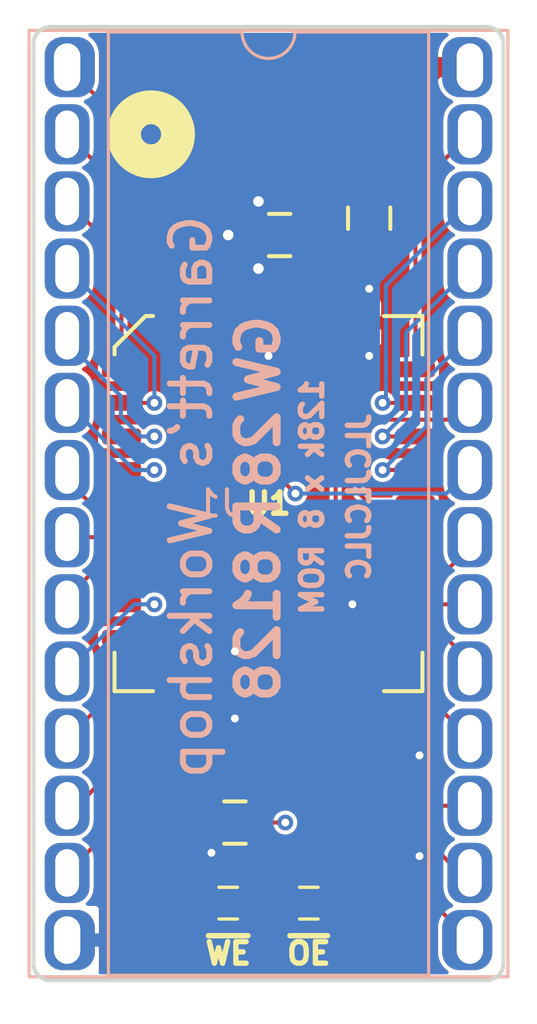
<source format=kicad_pcb>
(kicad_pcb (version 20171130) (host pcbnew "(5.1.5-0-10_14)")

  (general
    (thickness 1.6)
    (drawings 16)
    (tracks 144)
    (zones 0)
    (modules 10)
    (nets 31)
  )

  (page A4)
  (layers
    (0 F.Cu signal)
    (31 B.Cu signal)
    (32 B.Adhes user)
    (33 F.Adhes user)
    (34 B.Paste user)
    (35 F.Paste user)
    (36 B.SilkS user)
    (37 F.SilkS user)
    (38 B.Mask user)
    (39 F.Mask user)
    (40 Dwgs.User user)
    (41 Cmts.User user)
    (42 Eco1.User user)
    (43 Eco2.User user)
    (44 Edge.Cuts user)
    (45 Margin user)
    (46 B.CrtYd user)
    (47 F.CrtYd user)
    (48 B.Fab user)
    (49 F.Fab user)
  )

  (setup
    (last_trace_width 0.1524)
    (user_trace_width 0.2)
    (user_trace_width 0.254)
    (user_trace_width 0.508)
    (user_trace_width 0.762)
    (user_trace_width 1.27)
    (user_trace_width 1.524)
    (trace_clearance 0.1524)
    (zone_clearance 0.1524)
    (zone_45_only no)
    (trace_min 0.1524)
    (via_size 0.6)
    (via_drill 0.3)
    (via_min_size 0.4)
    (via_min_drill 0.3)
    (user_via 0.8 0.4)
    (user_via 1.524 0.762)
    (uvia_size 0.3)
    (uvia_drill 0.1)
    (uvias_allowed no)
    (uvia_min_size 0.2)
    (uvia_min_drill 0.1)
    (edge_width 0.15)
    (segment_width 0.1524)
    (pcb_text_width 0.3)
    (pcb_text_size 1.5 1.5)
    (mod_edge_width 0.15)
    (mod_text_size 1 1)
    (mod_text_width 0.15)
    (pad_size 1.9 2.28)
    (pad_drill 1)
    (pad_to_mask_clearance 0.0762)
    (solder_mask_min_width 0.127)
    (pad_to_paste_clearance -0.0381)
    (aux_axis_origin 0 0)
    (visible_elements FFFFEF7F)
    (pcbplotparams
      (layerselection 0x010f8_ffffffff)
      (usegerberextensions true)
      (usegerberattributes false)
      (usegerberadvancedattributes false)
      (creategerberjobfile false)
      (excludeedgelayer true)
      (linewidth 0.100000)
      (plotframeref false)
      (viasonmask false)
      (mode 1)
      (useauxorigin false)
      (hpglpennumber 1)
      (hpglpenspeed 20)
      (hpglpendiameter 15.000000)
      (psnegative false)
      (psa4output false)
      (plotreference true)
      (plotvalue true)
      (plotinvisibletext false)
      (padsonsilk false)
      (subtractmaskfromsilk true)
      (outputformat 1)
      (mirror false)
      (drillshape 0)
      (scaleselection 1)
      (outputdirectory "gerber/"))
  )

  (net 0 "")
  (net 1 +5V)
  (net 2 GND)
  (net 3 /A4)
  (net 4 /D7)
  (net 5 /D6)
  (net 6 /A8)
  (net 7 /A7)
  (net 8 /A6)
  (net 9 /A5)
  (net 10 /A3)
  (net 11 /A2)
  (net 12 /A1)
  (net 13 /A0)
  (net 14 /A9)
  (net 15 /D1)
  (net 16 /D5)
  (net 17 /D0)
  (net 18 /D2)
  (net 19 /D3)
  (net 20 /D4)
  (net 21 /A10)
  (net 22 /A11)
  (net 23 /A12)
  (net 24 /A13)
  (net 25 /A14)
  (net 26 /A15)
  (net 27 /~OE~)
  (net 28 /A16)
  (net 29 /~CS~)
  (net 30 /~WE~)

  (net_class Default "This is the default net class."
    (clearance 0.1524)
    (trace_width 0.1524)
    (via_dia 0.6)
    (via_drill 0.3)
    (uvia_dia 0.3)
    (uvia_drill 0.1)
    (add_net +5V)
    (add_net /A0)
    (add_net /A1)
    (add_net /A10)
    (add_net /A11)
    (add_net /A12)
    (add_net /A13)
    (add_net /A14)
    (add_net /A15)
    (add_net /A16)
    (add_net /A2)
    (add_net /A3)
    (add_net /A4)
    (add_net /A5)
    (add_net /A6)
    (add_net /A7)
    (add_net /A8)
    (add_net /A9)
    (add_net /D0)
    (add_net /D1)
    (add_net /D2)
    (add_net /D3)
    (add_net /D4)
    (add_net /D5)
    (add_net /D6)
    (add_net /D7)
    (add_net /~CS~)
    (add_net /~OE~)
    (add_net /~WE~)
    (add_net GND)
  )

  (module stdpads:DIP-28_W15.24mm_Socket_Inverse_Forked (layer F.Cu) (tedit 5EC59E9B) (tstamp 5EC5A50F)
    (at 40.64 20.32)
    (descr "28-lead though-hole mounted DIP package, row spacing 15.24 mm (600 mils), Socket, LongPads")
    (tags "THT DIP DIL PDIP 2.54mm 15.24mm 600mil Socket LongPads")
    (path /5DECC3CD)
    (fp_text reference J1 (at 5.715 16.51) (layer B.SilkS)
      (effects (font (size 1 1) (thickness 0.15)) (justify mirror))
    )
    (fp_text value Socket (at 7.62 35.35) (layer F.Fab)
      (effects (font (size 1 1) (thickness 0.15)))
    )
    (fp_arc (start 7.62 -1.33) (end 6.62 -1.33) (angle -180) (layer B.SilkS) (width 0.12))
    (fp_line (start 1.255 -1.27) (end 14.985 -1.27) (layer F.Fab) (width 0.1))
    (fp_line (start 14.985 -1.27) (end 14.985 34.29) (layer F.Fab) (width 0.1))
    (fp_line (start 14.985 34.29) (end 0.255 34.29) (layer F.Fab) (width 0.1))
    (fp_line (start 0.255 34.29) (end 0.255 -0.27) (layer F.Fab) (width 0.1))
    (fp_line (start 0.255 -0.27) (end 1.255 -1.27) (layer F.Fab) (width 0.1))
    (fp_line (start -1.27 -1.33) (end -1.27 34.35) (layer F.Fab) (width 0.1))
    (fp_line (start -1.27 34.35) (end 16.51 34.35) (layer F.Fab) (width 0.1))
    (fp_line (start 16.51 34.35) (end 16.51 -1.33) (layer F.Fab) (width 0.1))
    (fp_line (start 16.51 -1.33) (end -1.27 -1.33) (layer F.Fab) (width 0.1))
    (fp_line (start 6.62 -1.33) (end 1.56 -1.33) (layer B.SilkS) (width 0.12))
    (fp_line (start 1.56 -1.33) (end 1.56 34.35) (layer B.SilkS) (width 0.12))
    (fp_line (start 1.56 34.35) (end 13.68 34.35) (layer B.SilkS) (width 0.12))
    (fp_line (start 13.68 34.35) (end 13.68 -1.33) (layer B.SilkS) (width 0.12))
    (fp_line (start 13.68 -1.33) (end 8.62 -1.33) (layer B.SilkS) (width 0.12))
    (fp_line (start -1.44 -1.39) (end -1.44 34.41) (layer B.SilkS) (width 0.12))
    (fp_line (start -1.44 34.41) (end 16.68 34.41) (layer B.SilkS) (width 0.12))
    (fp_line (start 16.68 34.41) (end 16.68 -1.39) (layer B.SilkS) (width 0.12))
    (fp_line (start 16.68 -1.39) (end -1.44 -1.39) (layer B.SilkS) (width 0.12))
    (fp_line (start -1.55 -1.6) (end -1.55 34.65) (layer B.CrtYd) (width 0.05))
    (fp_line (start -1.55 34.65) (end 16.8 34.65) (layer B.CrtYd) (width 0.05))
    (fp_line (start 16.8 34.65) (end 16.8 -1.6) (layer B.CrtYd) (width 0.05))
    (fp_line (start 16.8 -1.6) (end -1.55 -1.6) (layer B.CrtYd) (width 0.05))
    (fp_text user %R (at 7.62 16.51) (layer F.Fab)
      (effects (font (size 1 1) (thickness 0.15)))
    )
    (pad 1 thru_hole roundrect (at 0 0) (size 1.9 2.28) (drill oval 1 1.8 (offset 0.1 0)) (layers *.Cu *.Mask) (roundrect_rratio 0.35)
      (net 26 /A15))
    (pad 15 thru_hole roundrect (at 15.24 33.02) (size 1.9 2.28) (drill oval 1 1.8 (offset -0.1 0)) (layers *.Cu *.Mask) (roundrect_rratio 0.35)
      (net 19 /D3))
    (pad 2 thru_hole roundrect (at 0 2.54) (size 1.7 2.28) (drill oval 0.9 1.8) (layers *.Cu *.Mask) (roundrect_rratio 0.35)
      (net 23 /A12))
    (pad 16 thru_hole roundrect (at 15.24 30.48) (size 1.7 2.28) (drill oval 0.9 1.8) (layers *.Cu *.Mask) (roundrect_rratio 0.35)
      (net 20 /D4))
    (pad 3 thru_hole roundrect (at 0 5.08) (size 1.7 2.28) (drill oval 0.9 1.8) (layers *.Cu *.Mask) (roundrect_rratio 0.35)
      (net 7 /A7))
    (pad 17 thru_hole roundrect (at 15.24 27.94) (size 1.7 2.28) (drill oval 0.9 1.8) (layers *.Cu *.Mask) (roundrect_rratio 0.35)
      (net 16 /D5))
    (pad 4 thru_hole roundrect (at 0 7.62) (size 1.7 2.28) (drill oval 0.9 1.8) (layers *.Cu *.Mask) (roundrect_rratio 0.35)
      (net 8 /A6))
    (pad 18 thru_hole roundrect (at 15.24 25.4) (size 1.7 2.28) (drill oval 0.9 1.8) (layers *.Cu *.Mask) (roundrect_rratio 0.35)
      (net 5 /D6))
    (pad 5 thru_hole roundrect (at 0 10.16) (size 1.7 2.28) (drill oval 0.9 1.8) (layers *.Cu *.Mask) (roundrect_rratio 0.35)
      (net 9 /A5))
    (pad 19 thru_hole roundrect (at 15.24 22.86) (size 1.7 2.28) (drill oval 0.9 1.8) (layers *.Cu *.Mask) (roundrect_rratio 0.35)
      (net 4 /D7))
    (pad 6 thru_hole roundrect (at 0 12.7) (size 1.7 2.28) (drill oval 0.9 1.8) (layers *.Cu *.Mask) (roundrect_rratio 0.35)
      (net 3 /A4))
    (pad 20 thru_hole roundrect (at 15.24 20.32) (size 1.7 2.28) (drill oval 0.9 1.8) (layers *.Cu *.Mask) (roundrect_rratio 0.35)
      (net 29 /~CS~))
    (pad 7 thru_hole roundrect (at 0 15.24) (size 1.7 2.28) (drill oval 0.9 1.8) (layers *.Cu *.Mask) (roundrect_rratio 0.35)
      (net 10 /A3))
    (pad 21 thru_hole roundrect (at 15.24 17.78) (size 1.7 2.28) (drill oval 0.9 1.8) (layers *.Cu *.Mask) (roundrect_rratio 0.35)
      (net 21 /A10))
    (pad 8 thru_hole roundrect (at 0 17.78) (size 1.7 2.28) (drill oval 0.9 1.8) (layers *.Cu *.Mask) (roundrect_rratio 0.35)
      (net 11 /A2))
    (pad 22 thru_hole roundrect (at 15.24 15.24) (size 1.7 2.28) (drill oval 0.9 1.8) (layers *.Cu *.Mask) (roundrect_rratio 0.35)
      (net 28 /A16))
    (pad 9 thru_hole roundrect (at 0 20.32) (size 1.7 2.28) (drill oval 0.9 1.8) (layers *.Cu *.Mask) (roundrect_rratio 0.35)
      (net 12 /A1))
    (pad 23 thru_hole roundrect (at 15.24 12.7) (size 1.7 2.28) (drill oval 0.9 1.8) (layers *.Cu *.Mask) (roundrect_rratio 0.35)
      (net 22 /A11))
    (pad 10 thru_hole roundrect (at 0 22.86) (size 1.7 2.28) (drill oval 0.9 1.8) (layers *.Cu *.Mask) (roundrect_rratio 0.35)
      (net 13 /A0))
    (pad 24 thru_hole roundrect (at 15.24 10.16) (size 1.7 2.28) (drill oval 0.9 1.8) (layers *.Cu *.Mask) (roundrect_rratio 0.35)
      (net 14 /A9))
    (pad 11 thru_hole roundrect (at 0 25.4) (size 1.7 2.28) (drill oval 0.9 1.8) (layers *.Cu *.Mask) (roundrect_rratio 0.35)
      (net 17 /D0))
    (pad 25 thru_hole roundrect (at 15.24 7.62) (size 1.7 2.28) (drill oval 0.9 1.8) (layers *.Cu *.Mask) (roundrect_rratio 0.35)
      (net 6 /A8))
    (pad 12 thru_hole roundrect (at 0 27.94) (size 1.7 2.28) (drill oval 0.9 1.8) (layers *.Cu *.Mask) (roundrect_rratio 0.35)
      (net 15 /D1))
    (pad 26 thru_hole roundrect (at 15.24 5.08) (size 1.7 2.28) (drill oval 0.9 1.8) (layers *.Cu *.Mask) (roundrect_rratio 0.35)
      (net 24 /A13))
    (pad 13 thru_hole roundrect (at 0 30.48) (size 1.7 2.28) (drill oval 0.9 1.8) (layers *.Cu *.Mask) (roundrect_rratio 0.35)
      (net 18 /D2))
    (pad 27 thru_hole roundrect (at 15.24 2.54) (size 1.7 2.28) (drill oval 0.9 1.8) (layers *.Cu *.Mask) (roundrect_rratio 0.35)
      (net 25 /A14))
    (pad 14 thru_hole roundrect (at 0 33.02) (size 1.9 2.28) (drill oval 1 1.8 (offset 0.1 0)) (layers *.Cu *.Mask) (roundrect_rratio 0.35)
      (net 2 GND))
    (pad 28 thru_hole roundrect (at 15.24 0) (size 1.9 2.28) (drill oval 1 1.8 (offset -0.1 0)) (layers *.Cu *.Mask) (roundrect_rratio 0.35)
      (net 1 +5V))
    (model ${KISYS3DMOD}/Connector_PinHeader_2.54mm.3dshapes/PinHeader_1x14_P2.54mm_Vertical.wrl
      (offset (xyz 0 0 -1.778))
      (scale (xyz 1 1 1))
      (rotate (xyz 0 180 0))
    )
    (model ${KISYS3DMOD}/Connector_PinHeader_2.54mm.3dshapes/PinHeader_1x14_P2.54mm_Vertical.wrl
      (offset (xyz 15.24 0 -1.778))
      (scale (xyz 1 1 1))
      (rotate (xyz 0 180 0))
    )
  )

  (module stdpads:PLCC-32 (layer F.Cu) (tedit 5E892816) (tstamp 5D12FC01)
    (at 48.26 36.83)
    (descr "PLCC, 32 Pin (http://ww1.microchip.com/downloads/en/DeviceDoc/doc0015.pdf), generated with kicad-footprint-generator ipc_plcc_jLead_generator.py")
    (tags "PLCC LCC")
    (path /5E56BC07)
    (attr smd)
    (fp_text reference U1 (at 0 0) (layer F.SilkS)
      (effects (font (size 0.8128 0.8128) (thickness 0.2032)))
    )
    (fp_text value 39SF010 (at 0 1.27) (layer F.Fab)
      (effects (font (size 0.8128 0.8128) (thickness 0.2032)))
    )
    (fp_text user %R (at 0 0) (layer F.Fab)
      (effects (font (size 0.8128 0.8128) (thickness 0.2032)))
    )
    (fp_line (start -6.55 -5.63) (end -6.55 0) (layer F.CrtYd) (width 0.05))
    (fp_line (start -5.96 -5.63) (end -6.55 -5.63) (layer F.CrtYd) (width 0.05))
    (fp_line (start -5.96 -5.95) (end -5.96 -5.63) (layer F.CrtYd) (width 0.05))
    (fp_line (start -4.68 -7.23) (end -5.96 -5.95) (layer F.CrtYd) (width 0.05))
    (fp_line (start -4.36 -7.23) (end -4.68 -7.23) (layer F.CrtYd) (width 0.05))
    (fp_line (start -4.36 -7.82) (end -4.36 -7.23) (layer F.CrtYd) (width 0.05))
    (fp_line (start 0 -7.82) (end -4.36 -7.82) (layer F.CrtYd) (width 0.05))
    (fp_line (start 6.55 5.63) (end 6.55 0) (layer F.CrtYd) (width 0.05))
    (fp_line (start 5.96 5.63) (end 6.55 5.63) (layer F.CrtYd) (width 0.05))
    (fp_line (start 5.96 7.23) (end 5.96 5.63) (layer F.CrtYd) (width 0.05))
    (fp_line (start 4.36 7.23) (end 5.96 7.23) (layer F.CrtYd) (width 0.05))
    (fp_line (start 4.36 7.82) (end 4.36 7.23) (layer F.CrtYd) (width 0.05))
    (fp_line (start 0 7.82) (end 4.36 7.82) (layer F.CrtYd) (width 0.05))
    (fp_line (start -6.55 5.63) (end -6.55 0) (layer F.CrtYd) (width 0.05))
    (fp_line (start -5.96 5.63) (end -6.55 5.63) (layer F.CrtYd) (width 0.05))
    (fp_line (start -5.96 7.23) (end -5.96 5.63) (layer F.CrtYd) (width 0.05))
    (fp_line (start -4.36 7.23) (end -5.96 7.23) (layer F.CrtYd) (width 0.05))
    (fp_line (start -4.36 7.82) (end -4.36 7.23) (layer F.CrtYd) (width 0.05))
    (fp_line (start 0 7.82) (end -4.36 7.82) (layer F.CrtYd) (width 0.05))
    (fp_line (start 6.55 -5.63) (end 6.55 0) (layer F.CrtYd) (width 0.05))
    (fp_line (start 5.96 -5.63) (end 6.55 -5.63) (layer F.CrtYd) (width 0.05))
    (fp_line (start 5.96 -7.23) (end 5.96 -5.63) (layer F.CrtYd) (width 0.05))
    (fp_line (start 4.36 -7.23) (end 5.96 -7.23) (layer F.CrtYd) (width 0.05))
    (fp_line (start 4.36 -7.82) (end 4.36 -7.23) (layer F.CrtYd) (width 0.05))
    (fp_line (start 0 -7.82) (end 4.36 -7.82) (layer F.CrtYd) (width 0.05))
    (fp_line (start -0.5 -6.985) (end 0 -6.277893) (layer F.Fab) (width 0.1))
    (fp_line (start -4.575 -6.985) (end -0.5 -6.985) (layer F.Fab) (width 0.1))
    (fp_line (start -5.715 -5.845) (end -4.575 -6.985) (layer F.Fab) (width 0.1))
    (fp_line (start -5.715 6.985) (end -5.715 -5.845) (layer F.Fab) (width 0.1))
    (fp_line (start 5.715 6.985) (end -5.715 6.985) (layer F.Fab) (width 0.1))
    (fp_line (start 5.715 -6.985) (end 5.715 6.985) (layer F.Fab) (width 0.1))
    (fp_line (start 0.5 -6.985) (end 5.715 -6.985) (layer F.Fab) (width 0.1))
    (fp_line (start 0 -6.277893) (end 0.5 -6.985) (layer F.Fab) (width 0.1))
    (fp_line (start -5.825 -5.922782) (end -5.825 -5.64) (layer F.SilkS) (width 0.1524))
    (fp_line (start -4.652782 -7.095) (end -5.825 -5.922782) (layer F.SilkS) (width 0.1524))
    (fp_line (start -4.37 -7.095) (end -4.652782 -7.095) (layer F.SilkS) (width 0.1524))
    (fp_line (start 5.825 7.095) (end 5.825 5.64) (layer F.SilkS) (width 0.1524))
    (fp_line (start 4.37 7.095) (end 5.825 7.095) (layer F.SilkS) (width 0.1524))
    (fp_line (start -5.825 7.095) (end -5.825 5.64) (layer F.SilkS) (width 0.1524))
    (fp_line (start -4.37 7.095) (end -5.825 7.095) (layer F.SilkS) (width 0.1524))
    (fp_line (start 5.825 -7.095) (end 5.825 -5.64) (layer F.SilkS) (width 0.1524))
    (fp_line (start 4.37 -7.095) (end 5.825 -7.095) (layer F.SilkS) (width 0.1524))
    (pad 32 smd roundrect (at 1.27 -6.8375) (size 0.6 1.475) (layers F.Cu F.Paste F.Mask) (roundrect_rratio 0.25)
      (net 1 +5V))
    (pad 31 smd roundrect (at 2.54 -6.8375) (size 0.6 1.475) (layers F.Cu F.Paste F.Mask) (roundrect_rratio 0.25)
      (net 30 /~WE~))
    (pad 30 smd roundrect (at 3.81 -6.8375) (size 0.6 1.475) (layers F.Cu F.Paste F.Mask) (roundrect_rratio 0.25)
      (net 2 GND))
    (pad 29 smd roundrect (at 5.5625 -5.08) (size 1.475 0.6) (layers F.Cu F.Paste F.Mask) (roundrect_rratio 0.25)
      (net 25 /A14))
    (pad 28 smd roundrect (at 5.5625 -3.81) (size 1.475 0.6) (layers F.Cu F.Paste F.Mask) (roundrect_rratio 0.25)
      (net 24 /A13))
    (pad 27 smd roundrect (at 5.5625 -2.54) (size 1.475 0.6) (layers F.Cu F.Paste F.Mask) (roundrect_rratio 0.25)
      (net 6 /A8))
    (pad 26 smd roundrect (at 5.5625 -1.27) (size 1.475 0.6) (layers F.Cu F.Paste F.Mask) (roundrect_rratio 0.25)
      (net 14 /A9))
    (pad 25 smd roundrect (at 5.5625 0) (size 1.475 0.6) (layers F.Cu F.Paste F.Mask) (roundrect_rratio 0.25)
      (net 22 /A11))
    (pad 24 smd roundrect (at 5.5625 1.27) (size 1.475 0.6) (layers F.Cu F.Paste F.Mask) (roundrect_rratio 0.25)
      (net 27 /~OE~))
    (pad 23 smd roundrect (at 5.5625 2.54) (size 1.475 0.6) (layers F.Cu F.Paste F.Mask) (roundrect_rratio 0.25)
      (net 21 /A10))
    (pad 22 smd roundrect (at 5.5625 3.81) (size 1.475 0.6) (layers F.Cu F.Paste F.Mask) (roundrect_rratio 0.25)
      (net 29 /~CS~))
    (pad 21 smd roundrect (at 5.5625 5.08) (size 1.475 0.6) (layers F.Cu F.Paste F.Mask) (roundrect_rratio 0.25)
      (net 4 /D7))
    (pad 20 smd roundrect (at 3.81 6.8375) (size 0.6 1.475) (layers F.Cu F.Paste F.Mask) (roundrect_rratio 0.25)
      (net 5 /D6))
    (pad 19 smd roundrect (at 2.54 6.8375) (size 0.6 1.475) (layers F.Cu F.Paste F.Mask) (roundrect_rratio 0.25)
      (net 16 /D5))
    (pad 18 smd roundrect (at 1.27 6.8375) (size 0.6 1.475) (layers F.Cu F.Paste F.Mask) (roundrect_rratio 0.25)
      (net 20 /D4))
    (pad 17 smd roundrect (at 0 6.8375) (size 0.6 1.475) (layers F.Cu F.Paste F.Mask) (roundrect_rratio 0.25)
      (net 19 /D3))
    (pad 16 smd roundrect (at -1.27 6.8375) (size 0.6 1.475) (layers F.Cu F.Paste F.Mask) (roundrect_rratio 0.25)
      (net 2 GND))
    (pad 15 smd roundrect (at -2.54 6.8375) (size 0.6 1.475) (layers F.Cu F.Paste F.Mask) (roundrect_rratio 0.25)
      (net 18 /D2))
    (pad 14 smd roundrect (at -3.81 6.8375) (size 0.6 1.475) (layers F.Cu F.Paste F.Mask) (roundrect_rratio 0.25)
      (net 15 /D1))
    (pad 13 smd roundrect (at -5.5625 5.08) (size 1.475 0.6) (layers F.Cu F.Paste F.Mask) (roundrect_rratio 0.25)
      (net 17 /D0))
    (pad 12 smd roundrect (at -5.5625 3.81) (size 1.475 0.6) (layers F.Cu F.Paste F.Mask) (roundrect_rratio 0.25)
      (net 13 /A0))
    (pad 11 smd roundrect (at -5.5625 2.54) (size 1.475 0.6) (layers F.Cu F.Paste F.Mask) (roundrect_rratio 0.25)
      (net 12 /A1))
    (pad 10 smd roundrect (at -5.5625 1.27) (size 1.475 0.6) (layers F.Cu F.Paste F.Mask) (roundrect_rratio 0.25)
      (net 11 /A2))
    (pad 9 smd roundrect (at -5.5625 0) (size 1.475 0.6) (layers F.Cu F.Paste F.Mask) (roundrect_rratio 0.25)
      (net 10 /A3))
    (pad 8 smd roundrect (at -5.5625 -1.27) (size 1.475 0.6) (layers F.Cu F.Paste F.Mask) (roundrect_rratio 0.25)
      (net 3 /A4))
    (pad 7 smd roundrect (at -5.5625 -2.54) (size 1.475 0.6) (layers F.Cu F.Paste F.Mask) (roundrect_rratio 0.25)
      (net 9 /A5))
    (pad 6 smd roundrect (at -5.5625 -3.81) (size 1.475 0.6) (layers F.Cu F.Paste F.Mask) (roundrect_rratio 0.25)
      (net 8 /A6))
    (pad 5 smd roundrect (at -5.5625 -5.08) (size 1.475 0.6) (layers F.Cu F.Paste F.Mask) (roundrect_rratio 0.25)
      (net 7 /A7))
    (pad 4 smd roundrect (at -3.81 -6.8375) (size 0.6 1.475) (layers F.Cu F.Paste F.Mask) (roundrect_rratio 0.25)
      (net 23 /A12))
    (pad 3 smd roundrect (at -2.54 -6.8375) (size 0.6 1.475) (layers F.Cu F.Paste F.Mask) (roundrect_rratio 0.25)
      (net 26 /A15))
    (pad 2 smd roundrect (at -1.27 -6.8375) (size 0.6 1.475) (layers F.Cu F.Paste F.Mask) (roundrect_rratio 0.25)
      (net 28 /A16))
    (pad 1 smd roundrect (at 0 -6.8375) (size 0.6 1.475) (layers F.Cu F.Paste F.Mask) (roundrect_rratio 0.25)
      (net 2 GND))
    (model ${KIPRJMOD}/../stdpads.3dshapes/PLCC-32.wrl
      (at (xyz 0 0 0))
      (scale (xyz 1 1 1))
      (rotate (xyz 0 0 180))
    )
  )

  (module stdpads:Fiducial (layer F.Cu) (tedit 5CFD71CD) (tstamp 5D30EF0C)
    (at 43.18 53.34)
    (descr "Circular Fiducial, 1mm bare copper top; 2mm keepout (Level A)")
    (tags marker)
    (path /5D319ED4)
    (attr smd)
    (fp_text reference FID2 (at 0 -1.6) (layer F.SilkS) hide
      (effects (font (size 0.508 0.508) (thickness 0.127)))
    )
    (fp_text value Fiducial (at 0 1.651) (layer F.Fab) hide
      (effects (font (size 0.508 0.508) (thickness 0.127)))
    )
    (fp_circle (center 0 0) (end 1 0) (layer F.Fab) (width 0.1))
    (fp_text user %R (at 0 0) (layer F.Fab)
      (effects (font (size 0.4 0.4) (thickness 0.06)))
    )
    (fp_circle (center 0 0) (end 1.25 0) (layer F.CrtYd) (width 0.05))
    (pad ~ smd circle (at 0 0) (size 1 1) (layers F.Cu F.Mask)
      (solder_mask_margin 0.5) (clearance 0.575))
  )

  (module stdpads:Fiducial (layer F.Cu) (tedit 5CFD71CD) (tstamp 5D13489F)
    (at 53.34 53.34)
    (descr "Circular Fiducial, 1mm bare copper top; 2mm keepout (Level A)")
    (tags marker)
    (path /5D319F51)
    (attr smd)
    (fp_text reference FID3 (at 0 -1.6) (layer F.SilkS) hide
      (effects (font (size 0.508 0.508) (thickness 0.127)))
    )
    (fp_text value Fiducial (at 0 1.651) (layer F.Fab) hide
      (effects (font (size 0.508 0.508) (thickness 0.127)))
    )
    (fp_circle (center 0 0) (end 1.25 0) (layer F.CrtYd) (width 0.05))
    (fp_text user %R (at 0 0) (layer F.Fab)
      (effects (font (size 0.4 0.4) (thickness 0.06)))
    )
    (fp_circle (center 0 0) (end 1 0) (layer F.Fab) (width 0.1))
    (pad ~ smd circle (at 0 0) (size 1 1) (layers F.Cu F.Mask)
      (solder_mask_margin 0.5) (clearance 0.575))
  )

  (module stdpads:Fiducial (layer F.Cu) (tedit 5CFD71CD) (tstamp 5D134897)
    (at 43.18 20.32)
    (descr "Circular Fiducial, 1mm bare copper top; 2mm keepout (Level A)")
    (tags marker)
    (path /5D319AF4)
    (attr smd)
    (fp_text reference FID1 (at 0 -1.6) (layer F.SilkS) hide
      (effects (font (size 0.508 0.508) (thickness 0.127)))
    )
    (fp_text value Fiducial (at 0 1.651) (layer F.Fab) hide
      (effects (font (size 0.508 0.508) (thickness 0.127)))
    )
    (fp_circle (center 0 0) (end 1.25 0) (layer F.CrtYd) (width 0.05))
    (fp_text user %R (at 0 0) (layer F.Fab)
      (effects (font (size 0.4 0.4) (thickness 0.06)))
    )
    (fp_circle (center 0 0) (end 1 0) (layer F.Fab) (width 0.1))
    (pad ~ smd circle (at 0 0) (size 1 1) (layers F.Cu F.Mask)
      (solder_mask_margin 0.5) (clearance 0.575))
  )

  (module stdpads:R_0805 (layer F.Cu) (tedit 5CC267AA) (tstamp 5D30E8B8)
    (at 52.07 26.035 270)
    (tags resistor)
    (path /5D31EA5F)
    (attr smd)
    (fp_text reference R2 (at 0 -1.5 90) (layer F.SilkS) hide
      (effects (font (size 0.8128 0.8128) (thickness 0.1524)))
    )
    (fp_text value 22k (at 0 0.889 90) (layer F.Fab) hide
      (effects (font (size 0.127 0.127) (thickness 0.03175)))
    )
    (fp_text user %R (at 0 0) (layer F.Fab)
      (effects (font (size 0.254 0.254) (thickness 0.0635)))
    )
    (fp_line (start 1.7 1) (end -1.7 1) (layer F.CrtYd) (width 0.05))
    (fp_line (start 1.7 -1) (end 1.7 1) (layer F.CrtYd) (width 0.05))
    (fp_line (start -1.7 -1) (end 1.7 -1) (layer F.CrtYd) (width 0.05))
    (fp_line (start -1.7 1) (end -1.7 -1) (layer F.CrtYd) (width 0.05))
    (fp_line (start -0.4064 0.8) (end 0.4064 0.8) (layer F.SilkS) (width 0.1524))
    (fp_line (start -0.4064 -0.8) (end 0.4064 -0.8) (layer F.SilkS) (width 0.1524))
    (fp_line (start 1 0.625) (end -1 0.625) (layer F.Fab) (width 0.1))
    (fp_line (start 1 -0.625) (end 1 0.625) (layer F.Fab) (width 0.1))
    (fp_line (start -1 -0.625) (end 1 -0.625) (layer F.Fab) (width 0.1))
    (fp_line (start -1 0.625) (end -1 -0.625) (layer F.Fab) (width 0.1))
    (pad 2 smd roundrect (at 0.95 0 270) (size 0.85 1.4) (layers F.Cu F.Paste F.Mask) (roundrect_rratio 0.25)
      (net 30 /~WE~))
    (pad 1 smd roundrect (at -0.95 0 270) (size 0.85 1.4) (layers F.Cu F.Paste F.Mask) (roundrect_rratio 0.25)
      (net 1 +5V))
    (model ${KISYS3DMOD}/Resistor_SMD.3dshapes/R_0805_2012Metric.wrl
      (at (xyz 0 0 0))
      (scale (xyz 1 1 1))
      (rotate (xyz 0 0 0))
    )
  )

  (module stdpads:C_0805 (layer F.Cu) (tedit 5CC26793) (tstamp 5D13487E)
    (at 48.68 26.67 180)
    (tags capacitor)
    (path /5D136B08)
    (attr smd)
    (fp_text reference C1 (at 0 -1.5) (layer F.SilkS) hide
      (effects (font (size 0.8128 0.8128) (thickness 0.1524)))
    )
    (fp_text value 100n (at 0 0.9) (layer F.Fab) hide
      (effects (font (size 0.127 0.127) (thickness 0.03175)))
    )
    (fp_line (start -1 0.625) (end -1 -0.625) (layer F.Fab) (width 0.15))
    (fp_line (start -1 -0.625) (end 1 -0.625) (layer F.Fab) (width 0.15))
    (fp_line (start 1 -0.625) (end 1 0.625) (layer F.Fab) (width 0.15))
    (fp_line (start 1 0.625) (end -1 0.625) (layer F.Fab) (width 0.15))
    (fp_line (start -0.4064 -0.8) (end 0.4064 -0.8) (layer F.SilkS) (width 0.1524))
    (fp_line (start -0.4064 0.8) (end 0.4064 0.8) (layer F.SilkS) (width 0.1524))
    (fp_line (start -1.7 1) (end -1.7 -1) (layer F.CrtYd) (width 0.05))
    (fp_line (start -1.7 -1) (end 1.7 -1) (layer F.CrtYd) (width 0.05))
    (fp_line (start 1.7 -1) (end 1.7 1) (layer F.CrtYd) (width 0.05))
    (fp_line (start 1.7 1) (end -1.7 1) (layer F.CrtYd) (width 0.05))
    (fp_text user %R (at 0 0 90) (layer F.Fab)
      (effects (font (size 0.254 0.254) (thickness 0.0635)))
    )
    (pad 1 smd roundrect (at -0.85 0 180) (size 1.05 1.4) (layers F.Cu F.Paste F.Mask) (roundrect_rratio 0.25)
      (net 1 +5V))
    (pad 2 smd roundrect (at 0.85 0 180) (size 1.05 1.4) (layers F.Cu F.Paste F.Mask) (roundrect_rratio 0.25)
      (net 2 GND))
    (model ${KISYS3DMOD}/Capacitor_SMD.3dshapes/C_0805_2012Metric.wrl
      (at (xyz 0 0 0))
      (scale (xyz 1 1 1))
      (rotate (xyz 0 0 0))
    )
  )

  (module stdpads:R_0805 (layer F.Cu) (tedit 5CC267AA) (tstamp 5D30E225)
    (at 46.99 48.895 180)
    (tags resistor)
    (path /5D3208E4)
    (attr smd)
    (fp_text reference R1 (at 0 -1.5) (layer F.SilkS) hide
      (effects (font (size 0.8128 0.8128) (thickness 0.1524)))
    )
    (fp_text value 22k (at 0 0.889) (layer F.Fab) hide
      (effects (font (size 0.127 0.127) (thickness 0.03175)))
    )
    (fp_line (start -1 0.625) (end -1 -0.625) (layer F.Fab) (width 0.1))
    (fp_line (start -1 -0.625) (end 1 -0.625) (layer F.Fab) (width 0.1))
    (fp_line (start 1 -0.625) (end 1 0.625) (layer F.Fab) (width 0.1))
    (fp_line (start 1 0.625) (end -1 0.625) (layer F.Fab) (width 0.1))
    (fp_line (start -0.4064 -0.8) (end 0.4064 -0.8) (layer F.SilkS) (width 0.1524))
    (fp_line (start -0.4064 0.8) (end 0.4064 0.8) (layer F.SilkS) (width 0.1524))
    (fp_line (start -1.7 1) (end -1.7 -1) (layer F.CrtYd) (width 0.05))
    (fp_line (start -1.7 -1) (end 1.7 -1) (layer F.CrtYd) (width 0.05))
    (fp_line (start 1.7 -1) (end 1.7 1) (layer F.CrtYd) (width 0.05))
    (fp_line (start 1.7 1) (end -1.7 1) (layer F.CrtYd) (width 0.05))
    (fp_text user %R (at 0 0 90) (layer F.Fab)
      (effects (font (size 0.254 0.254) (thickness 0.0635)))
    )
    (pad 1 smd roundrect (at -0.95 0 180) (size 0.85 1.4) (layers F.Cu F.Paste F.Mask) (roundrect_rratio 0.25)
      (net 27 /~OE~))
    (pad 2 smd roundrect (at 0.95 0 180) (size 0.85 1.4) (layers F.Cu F.Paste F.Mask) (roundrect_rratio 0.25)
      (net 2 GND))
    (model ${KISYS3DMOD}/Resistor_SMD.3dshapes/R_0805_2012Metric.wrl
      (at (xyz 0 0 0))
      (scale (xyz 1 1 1))
      (rotate (xyz 0 0 0))
    )
  )

  (module stdpads:Tyco_RCU_0603_Paste (layer F.Cu) (tedit 5E914329) (tstamp 5EC5A9DA)
    (at 49.784 51.943)
    (tags "Tyco RCU 0603")
    (path /5EC596B7)
    (attr smd)
    (fp_text reference TP1 (at 0 0) (layer F.Fab)
      (effects (font (size 0.254 0.254) (thickness 0.0635)))
    )
    (fp_text value ~OE~ (at 0 1.905) (layer F.SilkS)
      (effects (font (size 0.8128 0.8128) (thickness 0.2032)))
    )
    (fp_line (start 0.35 0.6) (end -0.35 0.6) (layer F.SilkS) (width 0.127))
    (fp_line (start -0.35 -0.6) (end 0.35 -0.6) (layer F.SilkS) (width 0.127))
    (fp_line (start 1.45 -0.75) (end 1.45 0.75) (layer F.CrtYd) (width 0.05))
    (fp_line (start -1.45 -0.75) (end -1.45 0.75) (layer F.CrtYd) (width 0.05))
    (fp_line (start -1.45 0.75) (end 1.45 0.75) (layer F.CrtYd) (width 0.05))
    (fp_line (start -1.45 -0.75) (end 1.45 -0.75) (layer F.CrtYd) (width 0.05))
    (fp_line (start -0.8 -0.4) (end 0.8 -0.4) (layer F.Fab) (width 0.05))
    (fp_line (start 0.8 -0.4) (end 0.8 0.4) (layer F.Fab) (width 0.05))
    (fp_line (start 0.8 0.4) (end -0.8 0.4) (layer F.Fab) (width 0.05))
    (fp_line (start -0.8 0.4) (end -0.8 -0.4) (layer F.Fab) (width 0.05))
    (pad 1 smd rect (at 0 0) (size 1.7 0.9) (layers F.Cu F.Paste F.Mask)
      (net 27 /~OE~))
    (model ${KISYS3DMOD}/TestPoint.3dshapes/TestPoint_Bridge_Pitch7.62mm_Drill1.3mm.wrl
      (offset (xyz -0.6834 0 0))
      (scale (xyz 0.18 0.62 0.09))
      (rotate (xyz 0 0 0))
    )
  )

  (module stdpads:Tyco_RCU_0603_Paste (layer F.Cu) (tedit 5E914329) (tstamp 5EC5C02C)
    (at 46.736 51.943)
    (tags "Tyco RCU 0603")
    (path /5EC59B6C)
    (attr smd)
    (fp_text reference TP2 (at 0 0) (layer F.Fab)
      (effects (font (size 0.254 0.254) (thickness 0.0635)))
    )
    (fp_text value ~WE~ (at 0 1.905) (layer F.SilkS)
      (effects (font (size 0.8128 0.8128) (thickness 0.2032)))
    )
    (fp_line (start -0.8 0.4) (end -0.8 -0.4) (layer F.Fab) (width 0.05))
    (fp_line (start 0.8 0.4) (end -0.8 0.4) (layer F.Fab) (width 0.05))
    (fp_line (start 0.8 -0.4) (end 0.8 0.4) (layer F.Fab) (width 0.05))
    (fp_line (start -0.8 -0.4) (end 0.8 -0.4) (layer F.Fab) (width 0.05))
    (fp_line (start -1.45 -0.75) (end 1.45 -0.75) (layer F.CrtYd) (width 0.05))
    (fp_line (start -1.45 0.75) (end 1.45 0.75) (layer F.CrtYd) (width 0.05))
    (fp_line (start -1.45 -0.75) (end -1.45 0.75) (layer F.CrtYd) (width 0.05))
    (fp_line (start 1.45 -0.75) (end 1.45 0.75) (layer F.CrtYd) (width 0.05))
    (fp_line (start -0.35 -0.6) (end 0.35 -0.6) (layer F.SilkS) (width 0.127))
    (fp_line (start 0.35 0.6) (end -0.35 0.6) (layer F.SilkS) (width 0.127))
    (pad 1 smd rect (at 0 0) (size 1.7 0.9) (layers F.Cu F.Paste F.Mask)
      (net 30 /~WE~))
    (model ${KISYS3DMOD}/TestPoint.3dshapes/TestPoint_Bridge_Pitch7.62mm_Drill1.3mm.wrl
      (offset (xyz -0.6834 0 0))
      (scale (xyz 0.18 0.62 0.09))
      (rotate (xyz 0 0 0))
    )
  )

  (gr_arc (start 40.005 54.229) (end 39.37 54.229) (angle -90) (layer Edge.Cuts) (width 0.15) (tstamp 5DECE0A7))
  (gr_arc (start 56.515 54.229) (end 56.515 54.864) (angle -90) (layer Edge.Cuts) (width 0.15) (tstamp 5DECDFC0))
  (gr_arc (start 56.515 19.431) (end 57.15 19.431) (angle -90) (layer Edge.Cuts) (width 0.15) (tstamp 5DECDE9D))
  (gr_arc (start 40.005 19.431) (end 40.005 18.796) (angle -90) (layer Edge.Cuts) (width 0.15) (tstamp 5D347157))
  (gr_text JLCJLCJLC (at 51.689 36.576 90) (layer B.SilkS)
    (effects (font (size 0.8128 0.8128) (thickness 0.2032)) (justify mirror))
  )
  (gr_text "128k x 8 ROM" (at 49.911 36.576 90) (layer B.SilkS) (tstamp 5D130759)
    (effects (font (size 0.8128 0.8128) (thickness 0.2032)) (justify mirror))
  )
  (gr_circle (center 43.815 22.86) (end 44.196 22.86) (layer F.SilkS) (width 1.28))
  (gr_text 8128 (at 47.879 41.402 90) (layer B.SilkS) (tstamp 5D12F927)
    (effects (font (size 1.524 1.524) (thickness 0.3)) (justify mirror))
  )
  (gr_text R (at 47.879 37.338 90) (layer B.SilkS) (tstamp 5D12F91E)
    (effects (font (size 1.524 1.524) (thickness 0.3)) (justify mirror))
  )
  (gr_text 28 (at 47.879 34.798 90) (layer B.SilkS) (tstamp 5D12F91B)
    (effects (font (size 1.524 1.524) (thickness 0.3)) (justify mirror))
  )
  (gr_text GW (at 47.879 31.369 90) (layer B.SilkS) (tstamp 5D12F918)
    (effects (font (size 1.524 1.524) (thickness 0.3)) (justify mirror))
  )
  (gr_text "Garrett’s Workshop" (at 45.339 36.576 90) (layer B.SilkS) (tstamp 5D12F589)
    (effects (font (size 1.5 1.5) (thickness 0.225)) (justify mirror))
  )
  (gr_line (start 39.37 54.229) (end 39.37 19.431) (layer Edge.Cuts) (width 0.15) (tstamp 5DECD9B9))
  (gr_line (start 56.515 54.864) (end 40.005 54.864) (layer Edge.Cuts) (width 0.15))
  (gr_line (start 57.15 19.431) (end 57.15 54.229) (layer Edge.Cuts) (width 0.15))
  (gr_line (start 40.005 18.796) (end 56.515 18.796) (layer Edge.Cuts) (width 0.15))

  (segment (start 49.53 29.9925) (end 49.53 26.67) (width 0.508) (layer F.Cu) (net 1))
  (segment (start 49.53 26.67) (end 49.53 25.4) (width 0.762) (layer F.Cu) (net 1))
  (segment (start 54.61 20.32) (end 55.88 20.32) (width 0.762) (layer F.Cu) (net 1))
  (segment (start 52.07 23.495) (end 52.07 22.86) (width 0.762) (layer F.Cu) (net 1))
  (segment (start 54.61 20.32) (end 52.07 22.86) (width 0.762) (layer F.Cu) (net 1))
  (segment (start 51.2445 23.6855) (end 51.7525 23.6855) (width 0.762) (layer F.Cu) (net 1))
  (segment (start 51.2445 23.6855) (end 52.07 22.86) (width 0.762) (layer F.Cu) (net 1))
  (segment (start 49.53 25.4) (end 51.2445 23.6855) (width 0.762) (layer F.Cu) (net 1))
  (segment (start 51.7525 23.6855) (end 52.07 24.003) (width 0.762) (layer F.Cu) (net 1))
  (segment (start 52.07 24.003) (end 52.07 23.495) (width 0.762) (layer F.Cu) (net 1))
  (segment (start 52.07 25.085) (end 52.07 24.003) (width 0.762) (layer F.Cu) (net 1))
  (via (at 47.879 25.4) (size 0.8) (drill 0.4) (layers F.Cu B.Cu) (net 2))
  (segment (start 47.83 25.449) (end 47.879 25.4) (width 0.762) (layer F.Cu) (net 2))
  (segment (start 47.83 26.67) (end 47.83 25.449) (width 0.762) (layer F.Cu) (net 2))
  (via (at 46.736 26.67) (size 0.8) (drill 0.4) (layers F.Cu B.Cu) (net 2))
  (segment (start 47.83 26.67) (end 46.736 26.67) (width 0.762) (layer F.Cu) (net 2))
  (via (at 47.879 27.94) (size 0.8) (drill 0.4) (layers F.Cu B.Cu) (net 2))
  (segment (start 47.83 27.891) (end 47.879 27.94) (width 0.762) (layer F.Cu) (net 2))
  (segment (start 47.83 26.67) (end 47.83 27.891) (width 0.762) (layer F.Cu) (net 2))
  (via (at 46.99 42.418) (size 0.6) (drill 0.3) (layers F.Cu B.Cu) (net 2))
  (segment (start 46.99 43.6675) (end 46.99 42.418) (width 0.508) (layer F.Cu) (net 2))
  (via (at 46.99 44.958) (size 0.6) (drill 0.3) (layers F.Cu B.Cu) (net 2))
  (segment (start 46.99 43.6675) (end 46.99 44.958) (width 0.508) (layer F.Cu) (net 2))
  (via (at 48.26 31.242) (size 0.6) (drill 0.3) (layers F.Cu B.Cu) (net 2))
  (segment (start 48.26 29.9925) (end 48.26 31.242) (width 0.508) (layer F.Cu) (net 2))
  (via (at 52.07 31.242) (size 0.6) (drill 0.3) (layers F.Cu B.Cu) (net 2))
  (segment (start 52.07 29.9925) (end 52.07 31.242) (width 0.508) (layer F.Cu) (net 2))
  (via (at 52.07 28.702) (size 0.6) (drill 0.3) (layers F.Cu B.Cu) (net 2))
  (segment (start 52.07 29.9925) (end 52.07 28.702) (width 0.508) (layer F.Cu) (net 2))
  (via (at 53.975 50.165) (size 0.6) (drill 0.3) (layers F.Cu B.Cu) (net 2) (tstamp 5DEC8B83))
  (via (at 53.975 46.355) (size 0.6) (drill 0.3) (layers F.Cu B.Cu) (net 2) (tstamp 5DEC8B89))
  (via (at 51.435 40.64) (size 0.6) (drill 0.3) (layers F.Cu B.Cu) (net 2) (tstamp 5DEC8B8B))
  (segment (start 46.04 49.977) (end 46.101 50.038) (width 0.1524) (layer F.Cu) (net 2))
  (via (at 46.101 50.038) (size 0.6) (drill 0.3) (layers F.Cu B.Cu) (net 2))
  (segment (start 46.04 48.895) (end 46.04 49.977) (width 0.1524) (layer F.Cu) (net 2))
  (via (at 43.942 35.56) (size 0.6) (drill 0.3) (layers F.Cu B.Cu) (net 3))
  (segment (start 42.6975 35.56) (end 43.942 35.56) (width 0.1524) (layer F.Cu) (net 3))
  (segment (start 43.18 35.56) (end 43.942 35.56) (width 0.1524) (layer B.Cu) (net 3))
  (segment (start 40.64 33.02) (end 43.18 35.56) (width 0.1524) (layer B.Cu) (net 3))
  (segment (start 53.8225 41.91) (end 54.991 41.91) (width 0.1524) (layer F.Cu) (net 4))
  (segment (start 55.88 42.799) (end 55.88 43.18) (width 0.1524) (layer F.Cu) (net 4))
  (segment (start 54.991 41.91) (end 55.88 42.799) (width 0.1524) (layer F.Cu) (net 4))
  (segment (start 53.8275 43.6675) (end 55.88 45.72) (width 0.1524) (layer F.Cu) (net 5))
  (segment (start 52.07 43.6675) (end 53.8275 43.6675) (width 0.1524) (layer F.Cu) (net 5))
  (via (at 52.578 34.29) (size 0.6) (drill 0.3) (layers F.Cu B.Cu) (net 6))
  (segment (start 53.8225 34.29) (end 52.578 34.29) (width 0.1524) (layer F.Cu) (net 6))
  (segment (start 53.467 30.353) (end 55.88 27.94) (width 0.1524) (layer B.Cu) (net 6))
  (segment (start 53.467 33.401) (end 53.467 30.353) (width 0.1524) (layer B.Cu) (net 6))
  (segment (start 52.578 34.29) (end 53.467 33.401) (width 0.1524) (layer B.Cu) (net 6))
  (segment (start 42.6975 27.4575) (end 40.64 25.4) (width 0.1524) (layer F.Cu) (net 7))
  (segment (start 42.6975 31.75) (end 42.6975 27.4575) (width 0.1524) (layer F.Cu) (net 7))
  (via (at 43.942 33.02) (size 0.6) (drill 0.3) (layers F.Cu B.Cu) (net 8))
  (segment (start 42.6975 33.02) (end 43.942 33.02) (width 0.1524) (layer F.Cu) (net 8))
  (segment (start 43.942 31.242) (end 43.942 33.02) (width 0.1524) (layer B.Cu) (net 8))
  (segment (start 40.64 27.94) (end 43.942 31.242) (width 0.1524) (layer B.Cu) (net 8))
  (via (at 43.942 34.29) (size 0.6) (drill 0.3) (layers F.Cu B.Cu) (net 9))
  (segment (start 42.6975 34.29) (end 43.942 34.29) (width 0.1524) (layer F.Cu) (net 9))
  (segment (start 40.64 30.734) (end 42.672 32.766) (width 0.1524) (layer B.Cu) (net 9))
  (segment (start 42.672 33.528) (end 43.434 34.29) (width 0.1524) (layer B.Cu) (net 9))
  (segment (start 43.434 34.29) (end 43.942 34.29) (width 0.1524) (layer B.Cu) (net 9))
  (segment (start 42.672 32.766) (end 42.672 33.528) (width 0.1524) (layer B.Cu) (net 9))
  (segment (start 40.64 30.48) (end 40.64 30.734) (width 0.1524) (layer B.Cu) (net 9))
  (segment (start 42.6975 36.83) (end 41.529 36.83) (width 0.1524) (layer F.Cu) (net 10))
  (segment (start 40.64 35.941) (end 40.64 35.56) (width 0.1524) (layer F.Cu) (net 10))
  (segment (start 41.529 36.83) (end 40.64 35.941) (width 0.1524) (layer F.Cu) (net 10))
  (segment (start 40.64 38.1) (end 42.6975 38.1) (width 0.1524) (layer F.Cu) (net 11))
  (segment (start 42.6975 39.37) (end 41.656 39.37) (width 0.1524) (layer F.Cu) (net 12))
  (segment (start 40.64 40.386) (end 40.64 40.64) (width 0.1524) (layer F.Cu) (net 12))
  (segment (start 41.656 39.37) (end 40.64 40.386) (width 0.1524) (layer F.Cu) (net 12))
  (via (at 43.942 40.64) (size 0.6) (drill 0.3) (layers F.Cu B.Cu) (net 13))
  (segment (start 42.6975 40.64) (end 43.942 40.64) (width 0.1524) (layer F.Cu) (net 13))
  (segment (start 43.18 40.64) (end 40.64 43.18) (width 0.1524) (layer B.Cu) (net 13))
  (segment (start 43.942 40.64) (end 43.18 40.64) (width 0.1524) (layer B.Cu) (net 13))
  (via (at 52.578 35.56) (size 0.6) (drill 0.3) (layers F.Cu B.Cu) (net 14))
  (segment (start 53.8225 35.56) (end 52.578 35.56) (width 0.1524) (layer F.Cu) (net 14))
  (segment (start 54.229 33.909) (end 54.229 32.131) (width 0.1524) (layer B.Cu) (net 14))
  (segment (start 54.229 32.131) (end 55.88 30.48) (width 0.1524) (layer B.Cu) (net 14))
  (segment (start 52.578 35.56) (end 54.229 33.909) (width 0.1524) (layer B.Cu) (net 14))
  (segment (start 44.45 44.831) (end 44.45 43.6675) (width 0.1524) (layer F.Cu) (net 15))
  (segment (start 41.021 48.26) (end 44.45 44.831) (width 0.1524) (layer F.Cu) (net 15))
  (segment (start 40.64 48.26) (end 41.021 48.26) (width 0.1524) (layer F.Cu) (net 15))
  (segment (start 54.229 48.26) (end 55.88 48.26) (width 0.1524) (layer F.Cu) (net 16))
  (segment (start 50.8 44.831) (end 54.229 48.26) (width 0.1524) (layer F.Cu) (net 16))
  (segment (start 50.8 43.6675) (end 50.8 44.831) (width 0.1524) (layer F.Cu) (net 16))
  (segment (start 42.6975 43.6625) (end 40.64 45.72) (width 0.1524) (layer F.Cu) (net 17))
  (segment (start 42.6975 41.91) (end 42.6975 43.6625) (width 0.1524) (layer F.Cu) (net 17))
  (segment (start 45.72 45.72) (end 45.72 43.6675) (width 0.1524) (layer F.Cu) (net 18))
  (segment (start 40.64 50.8) (end 45.72 45.72) (width 0.1524) (layer F.Cu) (net 18))
  (segment (start 48.26 45.72) (end 55.88 53.34) (width 0.1524) (layer F.Cu) (net 19))
  (segment (start 48.26 43.6675) (end 48.26 45.72) (width 0.1524) (layer F.Cu) (net 19))
  (segment (start 55.499 50.8) (end 55.88 50.8) (width 0.1524) (layer F.Cu) (net 20))
  (segment (start 49.53 44.831) (end 55.499 50.8) (width 0.1524) (layer F.Cu) (net 20))
  (segment (start 49.53 43.6675) (end 49.53 44.831) (width 0.1524) (layer F.Cu) (net 20))
  (segment (start 53.8225 39.37) (end 54.991 39.37) (width 0.1524) (layer F.Cu) (net 21))
  (segment (start 55.88 38.481) (end 55.88 38.1) (width 0.1524) (layer F.Cu) (net 21))
  (segment (start 54.991 39.37) (end 55.88 38.481) (width 0.1524) (layer F.Cu) (net 21))
  (segment (start 51.689 34.036) (end 51.689 36.449) (width 0.1524) (layer F.Cu) (net 22))
  (segment (start 52.07 33.655) (end 51.689 34.036) (width 0.1524) (layer F.Cu) (net 22))
  (segment (start 51.689 36.449) (end 52.07 36.83) (width 0.1524) (layer F.Cu) (net 22))
  (segment (start 55.245 33.655) (end 52.07 33.655) (width 0.1524) (layer F.Cu) (net 22))
  (segment (start 52.07 36.83) (end 53.8225 36.83) (width 0.1524) (layer F.Cu) (net 22))
  (segment (start 55.88 33.02) (end 55.245 33.655) (width 0.1524) (layer F.Cu) (net 22))
  (segment (start 44.45 26.67) (end 40.64 22.86) (width 0.1524) (layer F.Cu) (net 23))
  (segment (start 44.45 29.9925) (end 44.45 26.67) (width 0.1524) (layer F.Cu) (net 23))
  (via (at 52.578 33.02) (size 0.6) (drill 0.3) (layers F.Cu B.Cu) (net 24))
  (segment (start 53.8225 33.02) (end 52.578 33.02) (width 0.1524) (layer F.Cu) (net 24))
  (segment (start 52.705 28.575) (end 55.88 25.4) (width 0.1524) (layer B.Cu) (net 24))
  (segment (start 52.705 32.893) (end 52.705 28.575) (width 0.1524) (layer B.Cu) (net 24))
  (segment (start 52.578 33.02) (end 52.705 32.893) (width 0.1524) (layer B.Cu) (net 24))
  (segment (start 53.8225 24.9175) (end 55.88 22.86) (width 0.1524) (layer F.Cu) (net 25))
  (segment (start 53.8225 31.75) (end 53.8225 24.9175) (width 0.1524) (layer F.Cu) (net 25))
  (segment (start 45.72 25.4) (end 40.64 20.32) (width 0.1524) (layer F.Cu) (net 26))
  (segment (start 45.72 29.9925) (end 45.72 25.4) (width 0.1524) (layer F.Cu) (net 26))
  (via (at 48.895 48.895) (size 0.6) (drill 0.3) (layers F.Cu B.Cu) (net 27))
  (segment (start 47.94 48.895) (end 48.895 48.895) (width 0.1524) (layer F.Cu) (net 27))
  (segment (start 48.387 50.546) (end 47.94 50.099) (width 0.1524) (layer F.Cu) (net 27))
  (segment (start 47.94 50.099) (end 47.94 48.895) (width 0.1524) (layer F.Cu) (net 27))
  (segment (start 49.784 51.054) (end 49.276 50.546) (width 0.1524) (layer F.Cu) (net 27))
  (segment (start 49.784 51.943) (end 49.784 51.054) (width 0.1524) (layer F.Cu) (net 27))
  (segment (start 49.276 50.546) (end 48.387 50.546) (width 0.1524) (layer F.Cu) (net 27))
  (segment (start 52.07 38.1) (end 53.8225 38.1) (width 0.1524) (layer F.Cu) (net 27))
  (segment (start 47.625 42.545) (end 52.07 38.1) (width 0.1524) (layer F.Cu) (net 27))
  (segment (start 47.625 47.371) (end 47.625 42.545) (width 0.1524) (layer F.Cu) (net 27))
  (segment (start 47.94 47.686) (end 47.625 47.371) (width 0.1524) (layer F.Cu) (net 27))
  (segment (start 47.94 48.895) (end 47.94 47.686) (width 0.1524) (layer F.Cu) (net 27))
  (segment (start 54.991 36.449) (end 55.88 35.56) (width 0.1524) (layer B.Cu) (net 28))
  (segment (start 49.276 36.449) (end 54.991 36.449) (width 0.1524) (layer B.Cu) (net 28))
  (via (at 49.276 36.449) (size 0.6) (drill 0.3) (layers F.Cu B.Cu) (net 28))
  (segment (start 46.99 34.163) (end 46.99 29.9925) (width 0.1524) (layer F.Cu) (net 28))
  (segment (start 49.276 36.449) (end 46.99 34.163) (width 0.1524) (layer F.Cu) (net 28))
  (segment (start 53.8225 40.64) (end 55.88 40.64) (width 0.1524) (layer F.Cu) (net 29))
  (segment (start 51.181 28.194) (end 50.8 28.575) (width 0.1524) (layer F.Cu) (net 30))
  (segment (start 50.8 28.575) (end 50.8 29.9925) (width 0.1524) (layer F.Cu) (net 30))
  (segment (start 51.689 28.194) (end 51.181 28.194) (width 0.1524) (layer F.Cu) (net 30))
  (segment (start 52.07 27.813) (end 51.689 28.194) (width 0.1524) (layer F.Cu) (net 30))
  (segment (start 52.07 26.985) (end 52.07 27.813) (width 0.1524) (layer F.Cu) (net 30))
  (segment (start 50.8 31.115) (end 50.8 29.9925) (width 0.1524) (layer F.Cu) (net 30))
  (segment (start 50.8 37.846) (end 50.8 31.115) (width 0.1524) (layer F.Cu) (net 30))
  (segment (start 46.355 42.291) (end 50.8 37.846) (width 0.1524) (layer F.Cu) (net 30))
  (segment (start 44.958 47.498) (end 46.355 46.101) (width 0.1524) (layer F.Cu) (net 30))
  (segment (start 46.355 46.101) (end 46.355 42.291) (width 0.1524) (layer F.Cu) (net 30))
  (segment (start 44.958 51.435) (end 44.958 47.498) (width 0.1524) (layer F.Cu) (net 30))
  (segment (start 45.466 51.943) (end 44.958 51.435) (width 0.1524) (layer F.Cu) (net 30))
  (segment (start 46.736 51.943) (end 45.466 51.943) (width 0.1524) (layer F.Cu) (net 30))

  (zone (net 2) (net_name GND) (layer F.Cu) (tstamp 5D12F1D8) (hatch edge 0.508)
    (connect_pads (clearance 0.1524))
    (min_thickness 0.1524)
    (fill yes (arc_segments 32) (thermal_gap 0.1524) (thermal_bridge_width 0.5))
    (polygon
      (pts
        (xy 58.42 55.88) (xy 58.42 17.78) (xy 38.1 17.78) (xy 38.1 55.88)
      )
    )
    (filled_polygon
      (pts
        (xy 54.997928 19.101079) (xy 54.862347 19.212347) (xy 54.751079 19.347928) (xy 54.668399 19.502611) (xy 54.617486 19.670452)
        (xy 54.613805 19.707826) (xy 54.609999 19.707451) (xy 54.58006 19.7104) (xy 54.580059 19.7104) (xy 54.490498 19.719221)
        (xy 54.375588 19.754079) (xy 54.269686 19.810684) (xy 54.176862 19.886862) (xy 54.157774 19.910121) (xy 51.660129 22.407768)
        (xy 51.660118 22.407777) (xy 51.636863 22.426862) (xy 51.617779 22.450116) (xy 50.834632 23.233265) (xy 50.811362 23.252362)
        (xy 50.792269 23.275627) (xy 49.120127 24.94777) (xy 49.096863 24.966862) (xy 49.020685 25.059686) (xy 48.96408 25.165588)
        (xy 48.929221 25.280498) (xy 48.917451 25.4) (xy 48.920401 25.429951) (xy 48.920401 25.883684) (xy 48.919458 25.884458)
        (xy 48.858246 25.959045) (xy 48.812761 26.044141) (xy 48.784752 26.136475) (xy 48.775294 26.2325) (xy 48.775294 27.1075)
        (xy 48.784752 27.203525) (xy 48.812761 27.295859) (xy 48.858246 27.380955) (xy 48.919458 27.455542) (xy 48.994045 27.516754)
        (xy 49.047401 27.545273) (xy 49.0474 29.225638) (xy 49.029197 29.259693) (xy 49.00759 29.330923) (xy 49.000294 29.405)
        (xy 49.000294 30.58) (xy 49.00759 30.654077) (xy 49.029197 30.725307) (xy 49.064286 30.790953) (xy 49.111507 30.848493)
        (xy 49.169047 30.895714) (xy 49.234693 30.930803) (xy 49.305923 30.95241) (xy 49.38 30.959706) (xy 49.68 30.959706)
        (xy 49.754077 30.95241) (xy 49.825307 30.930803) (xy 49.890953 30.895714) (xy 49.948493 30.848493) (xy 49.995714 30.790953)
        (xy 50.030803 30.725307) (xy 50.05241 30.654077) (xy 50.059706 30.58) (xy 50.059706 29.405) (xy 50.05241 29.330923)
        (xy 50.030803 29.259693) (xy 50.0126 29.225638) (xy 50.0126 27.545273) (xy 50.065955 27.516754) (xy 50.140542 27.455542)
        (xy 50.201754 27.380955) (xy 50.247239 27.295859) (xy 50.275248 27.203525) (xy 50.284706 27.1075) (xy 50.284706 26.2325)
        (xy 50.275248 26.136475) (xy 50.247239 26.044141) (xy 50.201754 25.959045) (xy 50.140542 25.884458) (xy 50.1396 25.883685)
        (xy 50.1396 25.652503) (xy 51.460401 24.331703) (xy 51.460401 24.44966) (xy 51.413275 24.463955) (xy 51.336824 24.504819)
        (xy 51.269813 24.559813) (xy 51.214819 24.626824) (xy 51.173955 24.703275) (xy 51.148791 24.78623) (xy 51.140294 24.8725)
        (xy 51.140294 25.2975) (xy 51.148791 25.38377) (xy 51.173955 25.466725) (xy 51.214819 25.543176) (xy 51.269813 25.610187)
        (xy 51.336824 25.665181) (xy 51.413275 25.706045) (xy 51.49623 25.731209) (xy 51.5825 25.739706) (xy 52.5575 25.739706)
        (xy 52.64377 25.731209) (xy 52.726725 25.706045) (xy 52.803176 25.665181) (xy 52.870187 25.610187) (xy 52.925181 25.543176)
        (xy 52.966045 25.466725) (xy 52.991209 25.38377) (xy 52.999706 25.2975) (xy 52.999706 24.8725) (xy 52.991209 24.78623)
        (xy 52.966045 24.703275) (xy 52.925181 24.626824) (xy 52.870187 24.559813) (xy 52.803176 24.504819) (xy 52.726725 24.463955)
        (xy 52.6796 24.44966) (xy 52.6796 24.03294) (xy 52.682549 24.003) (xy 52.6796 23.973058) (xy 52.6796 23.112503)
        (xy 54.665214 21.12689) (xy 54.668399 21.137389) (xy 54.751079 21.292072) (xy 54.862347 21.427653) (xy 54.997928 21.538921)
        (xy 55.152611 21.621601) (xy 55.170842 21.627131) (xy 55.166818 21.629282) (xy 55.041845 21.731845) (xy 54.939282 21.856818)
        (xy 54.863071 21.999399) (xy 54.81614 22.154108) (xy 54.800294 22.315) (xy 54.800294 23.405) (xy 54.809587 23.499361)
        (xy 53.617557 24.691392) (xy 53.605933 24.700932) (xy 53.567843 24.747343) (xy 53.552715 24.775646) (xy 53.53954 24.800295)
        (xy 53.522111 24.857749) (xy 53.516227 24.9175) (xy 53.517701 24.932468) (xy 53.5177 31.220294) (xy 53.235 31.220294)
        (xy 53.160923 31.22759) (xy 53.089693 31.249197) (xy 53.024047 31.284286) (xy 52.966507 31.331507) (xy 52.919286 31.389047)
        (xy 52.884197 31.454693) (xy 52.86259 31.525923) (xy 52.855294 31.6) (xy 52.855294 31.9) (xy 52.86259 31.974077)
        (xy 52.884197 32.045307) (xy 52.919286 32.110953) (xy 52.966507 32.168493) (xy 53.024047 32.215714) (xy 53.089693 32.250803)
        (xy 53.160923 32.27241) (xy 53.235 32.279706) (xy 54.41 32.279706) (xy 54.484077 32.27241) (xy 54.555307 32.250803)
        (xy 54.620953 32.215714) (xy 54.678493 32.168493) (xy 54.725714 32.110953) (xy 54.760803 32.045307) (xy 54.78241 31.974077)
        (xy 54.789706 31.9) (xy 54.789706 31.6) (xy 54.78241 31.525923) (xy 54.760803 31.454693) (xy 54.725714 31.389047)
        (xy 54.678493 31.331507) (xy 54.620953 31.284286) (xy 54.555307 31.249197) (xy 54.484077 31.22759) (xy 54.41 31.220294)
        (xy 54.1273 31.220294) (xy 54.1273 25.043751) (xy 55.119317 24.051735) (xy 55.166818 24.090718) (xy 55.24031 24.13)
        (xy 55.166818 24.169282) (xy 55.041845 24.271845) (xy 54.939282 24.396818) (xy 54.863071 24.539399) (xy 54.81614 24.694108)
        (xy 54.800294 24.855) (xy 54.800294 25.945) (xy 54.81614 26.105892) (xy 54.863071 26.260601) (xy 54.939282 26.403182)
        (xy 55.041845 26.528155) (xy 55.166818 26.630718) (xy 55.24031 26.67) (xy 55.166818 26.709282) (xy 55.041845 26.811845)
        (xy 54.939282 26.936818) (xy 54.863071 27.079399) (xy 54.81614 27.234108) (xy 54.800294 27.395) (xy 54.800294 28.485)
        (xy 54.81614 28.645892) (xy 54.863071 28.800601) (xy 54.939282 28.943182) (xy 55.041845 29.068155) (xy 55.166818 29.170718)
        (xy 55.24031 29.21) (xy 55.166818 29.249282) (xy 55.041845 29.351845) (xy 54.939282 29.476818) (xy 54.863071 29.619399)
        (xy 54.81614 29.774108) (xy 54.800294 29.935) (xy 54.800294 31.025) (xy 54.81614 31.185892) (xy 54.863071 31.340601)
        (xy 54.939282 31.483182) (xy 55.041845 31.608155) (xy 55.166818 31.710718) (xy 55.24031 31.75) (xy 55.166818 31.789282)
        (xy 55.041845 31.891845) (xy 54.939282 32.016818) (xy 54.863071 32.159399) (xy 54.81614 32.314108) (xy 54.800294 32.475)
        (xy 54.800294 33.3502) (xy 54.742152 33.3502) (xy 54.760803 33.315307) (xy 54.78241 33.244077) (xy 54.789706 33.17)
        (xy 54.789706 32.87) (xy 54.78241 32.795923) (xy 54.760803 32.724693) (xy 54.725714 32.659047) (xy 54.678493 32.601507)
        (xy 54.620953 32.554286) (xy 54.555307 32.519197) (xy 54.484077 32.49759) (xy 54.41 32.490294) (xy 53.235 32.490294)
        (xy 53.160923 32.49759) (xy 53.089693 32.519197) (xy 53.024047 32.554286) (xy 52.966507 32.601507) (xy 52.939712 32.634158)
        (xy 52.914963 32.609409) (xy 52.828386 32.55156) (xy 52.732187 32.511713) (xy 52.630063 32.4914) (xy 52.525937 32.4914)
        (xy 52.423813 32.511713) (xy 52.327614 32.55156) (xy 52.241037 32.609409) (xy 52.167409 32.683037) (xy 52.10956 32.769614)
        (xy 52.069713 32.865813) (xy 52.0494 32.967937) (xy 52.0494 33.072063) (xy 52.069713 33.174187) (xy 52.10956 33.270386)
        (xy 52.16289 33.3502) (xy 52.084957 33.3502) (xy 52.069999 33.348727) (xy 52.055041 33.3502) (xy 52.055034 33.3502)
        (xy 52.015889 33.354055) (xy 52.010248 33.354611) (xy 51.992819 33.359898) (xy 51.952794 33.37204) (xy 51.899843 33.400342)
        (xy 51.853432 33.438432) (xy 51.843892 33.450056) (xy 51.484061 33.809888) (xy 51.472432 33.819432) (xy 51.434342 33.865844)
        (xy 51.411627 33.908343) (xy 51.40604 33.918795) (xy 51.395653 33.953037) (xy 51.388611 33.97625) (xy 51.3842 34.021035)
        (xy 51.3842 34.021042) (xy 51.382727 34.036) (xy 51.3842 34.050958) (xy 51.384201 36.434032) (xy 51.382727 36.449)
        (xy 51.388611 36.508751) (xy 51.40604 36.566205) (xy 51.406041 36.566206) (xy 51.434343 36.619157) (xy 51.472433 36.665568)
        (xy 51.484056 36.675107) (xy 51.843892 37.034944) (xy 51.853432 37.046568) (xy 51.899843 37.084658) (xy 51.952794 37.11296)
        (xy 51.992819 37.125102) (xy 52.010248 37.130389) (xy 52.015889 37.130945) (xy 52.055034 37.1348) (xy 52.055041 37.1348)
        (xy 52.069999 37.136273) (xy 52.084957 37.1348) (xy 52.889271 37.1348) (xy 52.919286 37.190953) (xy 52.966507 37.248493)
        (xy 53.024047 37.295714) (xy 53.089693 37.330803) (xy 53.160923 37.35241) (xy 53.235 37.359706) (xy 54.41 37.359706)
        (xy 54.484077 37.35241) (xy 54.555307 37.330803) (xy 54.620953 37.295714) (xy 54.678493 37.248493) (xy 54.725714 37.190953)
        (xy 54.760803 37.125307) (xy 54.78241 37.054077) (xy 54.789706 36.98) (xy 54.789706 36.68) (xy 54.78241 36.605923)
        (xy 54.760803 36.534693) (xy 54.725714 36.469047) (xy 54.678493 36.411507) (xy 54.620953 36.364286) (xy 54.555307 36.329197)
        (xy 54.484077 36.30759) (xy 54.41 36.300294) (xy 53.235 36.300294) (xy 53.160923 36.30759) (xy 53.089693 36.329197)
        (xy 53.024047 36.364286) (xy 52.966507 36.411507) (xy 52.919286 36.469047) (xy 52.889271 36.5252) (xy 52.196252 36.5252)
        (xy 51.9938 36.322749) (xy 51.9938 35.507937) (xy 52.0494 35.507937) (xy 52.0494 35.612063) (xy 52.069713 35.714187)
        (xy 52.10956 35.810386) (xy 52.167409 35.896963) (xy 52.241037 35.970591) (xy 52.327614 36.02844) (xy 52.423813 36.068287)
        (xy 52.525937 36.0886) (xy 52.630063 36.0886) (xy 52.732187 36.068287) (xy 52.828386 36.02844) (xy 52.914963 35.970591)
        (xy 52.939712 35.945842) (xy 52.966507 35.978493) (xy 53.024047 36.025714) (xy 53.089693 36.060803) (xy 53.160923 36.08241)
        (xy 53.235 36.089706) (xy 54.41 36.089706) (xy 54.484077 36.08241) (xy 54.555307 36.060803) (xy 54.620953 36.025714)
        (xy 54.678493 35.978493) (xy 54.725714 35.920953) (xy 54.760803 35.855307) (xy 54.78241 35.784077) (xy 54.789706 35.71)
        (xy 54.789706 35.41) (xy 54.78241 35.335923) (xy 54.760803 35.264693) (xy 54.725714 35.199047) (xy 54.678493 35.141507)
        (xy 54.620953 35.094286) (xy 54.555307 35.059197) (xy 54.484077 35.03759) (xy 54.41 35.030294) (xy 53.235 35.030294)
        (xy 53.160923 35.03759) (xy 53.089693 35.059197) (xy 53.024047 35.094286) (xy 52.966507 35.141507) (xy 52.939712 35.174158)
        (xy 52.914963 35.149409) (xy 52.828386 35.09156) (xy 52.732187 35.051713) (xy 52.630063 35.0314) (xy 52.525937 35.0314)
        (xy 52.423813 35.051713) (xy 52.327614 35.09156) (xy 52.241037 35.149409) (xy 52.167409 35.223037) (xy 52.10956 35.309614)
        (xy 52.069713 35.405813) (xy 52.0494 35.507937) (xy 51.9938 35.507937) (xy 51.9938 34.162251) (xy 52.104697 34.051355)
        (xy 52.069713 34.135813) (xy 52.0494 34.237937) (xy 52.0494 34.342063) (xy 52.069713 34.444187) (xy 52.10956 34.540386)
        (xy 52.167409 34.626963) (xy 52.241037 34.700591) (xy 52.327614 34.75844) (xy 52.423813 34.798287) (xy 52.525937 34.8186)
        (xy 52.630063 34.8186) (xy 52.732187 34.798287) (xy 52.828386 34.75844) (xy 52.914963 34.700591) (xy 52.939712 34.675842)
        (xy 52.966507 34.708493) (xy 53.024047 34.755714) (xy 53.089693 34.790803) (xy 53.160923 34.81241) (xy 53.235 34.819706)
        (xy 54.41 34.819706) (xy 54.484077 34.81241) (xy 54.555307 34.790803) (xy 54.620953 34.755714) (xy 54.678493 34.708493)
        (xy 54.725714 34.650953) (xy 54.760803 34.585307) (xy 54.78241 34.514077) (xy 54.789706 34.44) (xy 54.789706 34.14)
        (xy 54.78241 34.065923) (xy 54.760803 33.994693) (xy 54.742152 33.9598) (xy 54.905404 33.9598) (xy 54.939282 34.023182)
        (xy 55.041845 34.148155) (xy 55.166818 34.250718) (xy 55.24031 34.29) (xy 55.166818 34.329282) (xy 55.041845 34.431845)
        (xy 54.939282 34.556818) (xy 54.863071 34.699399) (xy 54.81614 34.854108) (xy 54.800294 35.015) (xy 54.800294 36.105)
        (xy 54.81614 36.265892) (xy 54.863071 36.420601) (xy 54.939282 36.563182) (xy 55.041845 36.688155) (xy 55.166818 36.790718)
        (xy 55.24031 36.83) (xy 55.166818 36.869282) (xy 55.041845 36.971845) (xy 54.939282 37.096818) (xy 54.863071 37.239399)
        (xy 54.81614 37.394108) (xy 54.800294 37.555) (xy 54.800294 38.645) (xy 54.81614 38.805892) (xy 54.863071 38.960601)
        (xy 54.90009 39.029859) (xy 54.864749 39.0652) (xy 54.755729 39.0652) (xy 54.725714 39.009047) (xy 54.678493 38.951507)
        (xy 54.620953 38.904286) (xy 54.555307 38.869197) (xy 54.484077 38.84759) (xy 54.41 38.840294) (xy 53.235 38.840294)
        (xy 53.160923 38.84759) (xy 53.089693 38.869197) (xy 53.024047 38.904286) (xy 52.966507 38.951507) (xy 52.919286 39.009047)
        (xy 52.884197 39.074693) (xy 52.86259 39.145923) (xy 52.855294 39.22) (xy 52.855294 39.52) (xy 52.86259 39.594077)
        (xy 52.884197 39.665307) (xy 52.919286 39.730953) (xy 52.966507 39.788493) (xy 53.024047 39.835714) (xy 53.089693 39.870803)
        (xy 53.160923 39.89241) (xy 53.235 39.899706) (xy 54.41 39.899706) (xy 54.484077 39.89241) (xy 54.555307 39.870803)
        (xy 54.620953 39.835714) (xy 54.678493 39.788493) (xy 54.725714 39.730953) (xy 54.755729 39.6748) (xy 54.91898 39.6748)
        (xy 54.863071 39.779399) (xy 54.81614 39.934108) (xy 54.800294 40.095) (xy 54.800294 40.3352) (xy 54.755729 40.3352)
        (xy 54.725714 40.279047) (xy 54.678493 40.221507) (xy 54.620953 40.174286) (xy 54.555307 40.139197) (xy 54.484077 40.11759)
        (xy 54.41 40.110294) (xy 53.235 40.110294) (xy 53.160923 40.11759) (xy 53.089693 40.139197) (xy 53.024047 40.174286)
        (xy 52.966507 40.221507) (xy 52.919286 40.279047) (xy 52.884197 40.344693) (xy 52.86259 40.415923) (xy 52.855294 40.49)
        (xy 52.855294 40.79) (xy 52.86259 40.864077) (xy 52.884197 40.935307) (xy 52.919286 41.000953) (xy 52.966507 41.058493)
        (xy 53.024047 41.105714) (xy 53.089693 41.140803) (xy 53.160923 41.16241) (xy 53.235 41.169706) (xy 54.41 41.169706)
        (xy 54.484077 41.16241) (xy 54.555307 41.140803) (xy 54.620953 41.105714) (xy 54.678493 41.058493) (xy 54.725714 41.000953)
        (xy 54.755729 40.9448) (xy 54.800294 40.9448) (xy 54.800294 41.185) (xy 54.81614 41.345892) (xy 54.863071 41.500601)
        (xy 54.91898 41.6052) (xy 54.755729 41.6052) (xy 54.725714 41.549047) (xy 54.678493 41.491507) (xy 54.620953 41.444286)
        (xy 54.555307 41.409197) (xy 54.484077 41.38759) (xy 54.41 41.380294) (xy 53.235 41.380294) (xy 53.160923 41.38759)
        (xy 53.089693 41.409197) (xy 53.024047 41.444286) (xy 52.966507 41.491507) (xy 52.919286 41.549047) (xy 52.884197 41.614693)
        (xy 52.86259 41.685923) (xy 52.855294 41.76) (xy 52.855294 42.06) (xy 52.86259 42.134077) (xy 52.884197 42.205307)
        (xy 52.919286 42.270953) (xy 52.966507 42.328493) (xy 53.024047 42.375714) (xy 53.089693 42.410803) (xy 53.160923 42.43241)
        (xy 53.235 42.439706) (xy 54.41 42.439706) (xy 54.484077 42.43241) (xy 54.555307 42.410803) (xy 54.620953 42.375714)
        (xy 54.678493 42.328493) (xy 54.725714 42.270953) (xy 54.755729 42.2148) (xy 54.864749 42.2148) (xy 54.90009 42.250141)
        (xy 54.863071 42.319399) (xy 54.81614 42.474108) (xy 54.800294 42.635) (xy 54.800294 43.725) (xy 54.81614 43.885892)
        (xy 54.863071 44.040601) (xy 54.939282 44.183182) (xy 55.041845 44.308155) (xy 55.166818 44.410718) (xy 55.24031 44.45)
        (xy 55.166818 44.489282) (xy 55.119317 44.528265) (xy 54.053612 43.462561) (xy 54.044068 43.450932) (xy 53.997657 43.412842)
        (xy 53.944706 43.38454) (xy 53.887251 43.367111) (xy 53.842466 43.3627) (xy 53.842458 43.3627) (xy 53.8275 43.361227)
        (xy 53.812542 43.3627) (xy 52.599706 43.3627) (xy 52.599706 43.08) (xy 52.59241 43.005923) (xy 52.570803 42.934693)
        (xy 52.535714 42.869047) (xy 52.488493 42.811507) (xy 52.430953 42.764286) (xy 52.365307 42.729197) (xy 52.294077 42.70759)
        (xy 52.22 42.700294) (xy 51.92 42.700294) (xy 51.845923 42.70759) (xy 51.774693 42.729197) (xy 51.709047 42.764286)
        (xy 51.651507 42.811507) (xy 51.604286 42.869047) (xy 51.569197 42.934693) (xy 51.54759 43.005923) (xy 51.540294 43.08)
        (xy 51.540294 44.255) (xy 51.54759 44.329077) (xy 51.569197 44.400307) (xy 51.604286 44.465953) (xy 51.651507 44.523493)
        (xy 51.709047 44.570714) (xy 51.774693 44.605803) (xy 51.845923 44.62741) (xy 51.92 44.634706) (xy 52.22 44.634706)
        (xy 52.294077 44.62741) (xy 52.365307 44.605803) (xy 52.430953 44.570714) (xy 52.488493 44.523493) (xy 52.535714 44.465953)
        (xy 52.570803 44.400307) (xy 52.59241 44.329077) (xy 52.599706 44.255) (xy 52.599706 43.9723) (xy 53.701249 43.9723)
        (xy 54.809587 45.080639) (xy 54.800294 45.175) (xy 54.800294 46.265) (xy 54.81614 46.425892) (xy 54.863071 46.580601)
        (xy 54.939282 46.723182) (xy 55.041845 46.848155) (xy 55.166818 46.950718) (xy 55.24031 46.99) (xy 55.166818 47.029282)
        (xy 55.041845 47.131845) (xy 54.939282 47.256818) (xy 54.863071 47.399399) (xy 54.81614 47.554108) (xy 54.800294 47.715)
        (xy 54.800294 47.9552) (xy 54.355252 47.9552) (xy 51.1048 44.704749) (xy 51.1048 44.600729) (xy 51.160953 44.570714)
        (xy 51.218493 44.523493) (xy 51.265714 44.465953) (xy 51.300803 44.400307) (xy 51.32241 44.329077) (xy 51.329706 44.255)
        (xy 51.329706 43.08) (xy 51.32241 43.005923) (xy 51.300803 42.934693) (xy 51.265714 42.869047) (xy 51.218493 42.811507)
        (xy 51.160953 42.764286) (xy 51.095307 42.729197) (xy 51.024077 42.70759) (xy 50.95 42.700294) (xy 50.65 42.700294)
        (xy 50.575923 42.70759) (xy 50.504693 42.729197) (xy 50.439047 42.764286) (xy 50.381507 42.811507) (xy 50.334286 42.869047)
        (xy 50.299197 42.934693) (xy 50.27759 43.005923) (xy 50.270294 43.08) (xy 50.270294 44.255) (xy 50.27759 44.329077)
        (xy 50.299197 44.400307) (xy 50.334286 44.465953) (xy 50.381507 44.523493) (xy 50.439047 44.570714) (xy 50.495201 44.600729)
        (xy 50.495201 44.816032) (xy 50.493727 44.831) (xy 50.499611 44.890751) (xy 50.51704 44.948205) (xy 50.517041 44.948206)
        (xy 50.545343 45.001157) (xy 50.583433 45.047568) (xy 50.595057 45.057108) (xy 54.002892 48.464944) (xy 54.012432 48.476568)
        (xy 54.058843 48.514658) (xy 54.111794 48.54296) (xy 54.155876 48.556332) (xy 54.169248 48.560389) (xy 54.174889 48.560945)
        (xy 54.214034 48.5648) (xy 54.214041 48.5648) (xy 54.228999 48.566273) (xy 54.243957 48.5648) (xy 54.800294 48.5648)
        (xy 54.800294 48.805) (xy 54.81614 48.965892) (xy 54.863071 49.120601) (xy 54.939282 49.263182) (xy 55.041845 49.388155)
        (xy 55.166818 49.490718) (xy 55.24031 49.53) (xy 55.166818 49.569282) (xy 55.041845 49.671845) (xy 54.939282 49.796818)
        (xy 54.934959 49.804907) (xy 49.8348 44.704749) (xy 49.8348 44.600729) (xy 49.890953 44.570714) (xy 49.948493 44.523493)
        (xy 49.995714 44.465953) (xy 50.030803 44.400307) (xy 50.05241 44.329077) (xy 50.059706 44.255) (xy 50.059706 43.08)
        (xy 50.05241 43.005923) (xy 50.030803 42.934693) (xy 49.995714 42.869047) (xy 49.948493 42.811507) (xy 49.890953 42.764286)
        (xy 49.825307 42.729197) (xy 49.754077 42.70759) (xy 49.68 42.700294) (xy 49.38 42.700294) (xy 49.305923 42.70759)
        (xy 49.234693 42.729197) (xy 49.169047 42.764286) (xy 49.111507 42.811507) (xy 49.064286 42.869047) (xy 49.029197 42.934693)
        (xy 49.00759 43.005923) (xy 49.000294 43.08) (xy 49.000294 44.255) (xy 49.00759 44.329077) (xy 49.029197 44.400307)
        (xy 49.064286 44.465953) (xy 49.111507 44.523493) (xy 49.169047 44.570714) (xy 49.225201 44.600729) (xy 49.225201 44.816032)
        (xy 49.223727 44.831) (xy 49.229611 44.890751) (xy 49.24704 44.948205) (xy 49.247041 44.948206) (xy 49.275343 45.001157)
        (xy 49.313433 45.047568) (xy 49.325057 45.057108) (xy 54.800294 50.532346) (xy 54.800294 51.345) (xy 54.81614 51.505892)
        (xy 54.863071 51.660601) (xy 54.939282 51.803182) (xy 55.041845 51.928155) (xy 55.166818 52.030718) (xy 55.170842 52.032869)
        (xy 55.152611 52.038399) (xy 55.059317 52.088266) (xy 48.5648 45.593749) (xy 48.5648 44.600729) (xy 48.620953 44.570714)
        (xy 48.678493 44.523493) (xy 48.725714 44.465953) (xy 48.760803 44.400307) (xy 48.78241 44.329077) (xy 48.789706 44.255)
        (xy 48.789706 43.08) (xy 48.78241 43.005923) (xy 48.760803 42.934693) (xy 48.725714 42.869047) (xy 48.678493 42.811507)
        (xy 48.620953 42.764286) (xy 48.555307 42.729197) (xy 48.484077 42.70759) (xy 48.41 42.700294) (xy 48.11 42.700294)
        (xy 48.035923 42.70759) (xy 47.964693 42.729197) (xy 47.9298 42.747848) (xy 47.9298 42.671251) (xy 52.196252 38.4048)
        (xy 52.889271 38.4048) (xy 52.919286 38.460953) (xy 52.966507 38.518493) (xy 53.024047 38.565714) (xy 53.089693 38.600803)
        (xy 53.160923 38.62241) (xy 53.235 38.629706) (xy 54.41 38.629706) (xy 54.484077 38.62241) (xy 54.555307 38.600803)
        (xy 54.620953 38.565714) (xy 54.678493 38.518493) (xy 54.725714 38.460953) (xy 54.760803 38.395307) (xy 54.78241 38.324077)
        (xy 54.789706 38.25) (xy 54.789706 37.95) (xy 54.78241 37.875923) (xy 54.760803 37.804693) (xy 54.725714 37.739047)
        (xy 54.678493 37.681507) (xy 54.620953 37.634286) (xy 54.555307 37.599197) (xy 54.484077 37.57759) (xy 54.41 37.570294)
        (xy 53.235 37.570294) (xy 53.160923 37.57759) (xy 53.089693 37.599197) (xy 53.024047 37.634286) (xy 52.966507 37.681507)
        (xy 52.919286 37.739047) (xy 52.889271 37.7952) (xy 52.084957 37.7952) (xy 52.069999 37.793727) (xy 52.055041 37.7952)
        (xy 52.055034 37.7952) (xy 52.015889 37.799055) (xy 52.010248 37.799611) (xy 51.996876 37.803668) (xy 51.952794 37.81704)
        (xy 51.899843 37.845342) (xy 51.853432 37.883432) (xy 51.843892 37.895056) (xy 47.420057 42.318892) (xy 47.408433 42.328432)
        (xy 47.370343 42.374843) (xy 47.355215 42.403146) (xy 47.34204 42.427795) (xy 47.324611 42.485249) (xy 47.318727 42.545)
        (xy 47.320201 42.559968) (xy 47.320201 42.703269) (xy 47.29 42.700294) (xy 47.22095 42.7014) (xy 47.1638 42.75855)
        (xy 47.1638 43.4937) (xy 47.1838 43.4937) (xy 47.1838 43.8413) (xy 47.1638 43.8413) (xy 47.1638 44.57645)
        (xy 47.22095 44.6336) (xy 47.29 44.634706) (xy 47.320201 44.631731) (xy 47.3202 47.356042) (xy 47.318727 47.371)
        (xy 47.3202 47.385958) (xy 47.3202 47.385965) (xy 47.321882 47.40304) (xy 47.324611 47.430751) (xy 47.326886 47.438249)
        (xy 47.34204 47.488205) (xy 47.370342 47.541156) (xy 47.408432 47.587568) (xy 47.420061 47.597112) (xy 47.635201 47.812253)
        (xy 47.635201 47.97562) (xy 47.558275 47.998955) (xy 47.481824 48.039819) (xy 47.414813 48.094813) (xy 47.359819 48.161824)
        (xy 47.318955 48.238275) (xy 47.293791 48.32123) (xy 47.285294 48.4075) (xy 47.285294 49.3825) (xy 47.293791 49.46877)
        (xy 47.318955 49.551725) (xy 47.359819 49.628176) (xy 47.414813 49.695187) (xy 47.481824 49.750181) (xy 47.558275 49.791045)
        (xy 47.6352 49.81438) (xy 47.6352 50.084042) (xy 47.633727 50.099) (xy 47.6352 50.113958) (xy 47.6352 50.113965)
        (xy 47.639611 50.15875) (xy 47.65704 50.216205) (xy 47.685342 50.269156) (xy 47.723432 50.315568) (xy 47.735061 50.325112)
        (xy 48.160891 50.750943) (xy 48.170432 50.762568) (xy 48.216843 50.800658) (xy 48.269794 50.82896) (xy 48.309819 50.841102)
        (xy 48.327248 50.846389) (xy 48.332889 50.846945) (xy 48.372034 50.8508) (xy 48.372041 50.8508) (xy 48.386999 50.852273)
        (xy 48.401957 50.8508) (xy 49.149749 50.8508) (xy 49.479201 51.180253) (xy 49.479201 51.263294) (xy 48.934 51.263294)
        (xy 48.889187 51.267708) (xy 48.846095 51.280779) (xy 48.806382 51.302006) (xy 48.771573 51.330573) (xy 48.743006 51.365382)
        (xy 48.721779 51.405095) (xy 48.708708 51.448187) (xy 48.704294 51.493) (xy 48.704294 52.393) (xy 48.708708 52.437813)
        (xy 48.721779 52.480905) (xy 48.743006 52.520618) (xy 48.771573 52.555427) (xy 48.806382 52.583994) (xy 48.846095 52.605221)
        (xy 48.889187 52.618292) (xy 48.934 52.622706) (xy 50.634 52.622706) (xy 50.678813 52.618292) (xy 50.721905 52.605221)
        (xy 50.761618 52.583994) (xy 50.796427 52.555427) (xy 50.824994 52.520618) (xy 50.846221 52.480905) (xy 50.859292 52.437813)
        (xy 50.863706 52.393) (xy 50.863706 51.493) (xy 50.859292 51.448187) (xy 50.846221 51.405095) (xy 50.824994 51.365382)
        (xy 50.796427 51.330573) (xy 50.761618 51.302006) (xy 50.721905 51.280779) (xy 50.678813 51.267708) (xy 50.634 51.263294)
        (xy 50.0888 51.263294) (xy 50.0888 51.068957) (xy 50.090273 51.053999) (xy 50.0888 51.039041) (xy 50.0888 51.039034)
        (xy 50.084389 50.994249) (xy 50.06696 50.936794) (xy 50.038658 50.883843) (xy 50.000568 50.837432) (xy 49.988944 50.827892)
        (xy 49.502112 50.341061) (xy 49.492568 50.329432) (xy 49.446157 50.291342) (xy 49.393206 50.26304) (xy 49.335751 50.245611)
        (xy 49.290966 50.2412) (xy 49.290958 50.2412) (xy 49.276 50.239727) (xy 49.261042 50.2412) (xy 48.513252 50.2412)
        (xy 48.2448 49.972749) (xy 48.2448 49.81438) (xy 48.321725 49.791045) (xy 48.398176 49.750181) (xy 48.465187 49.695187)
        (xy 48.520181 49.628176) (xy 48.561045 49.551725) (xy 48.586209 49.46877) (xy 48.594706 49.3825) (xy 48.594706 49.330092)
        (xy 48.644614 49.36344) (xy 48.740813 49.403287) (xy 48.842937 49.4236) (xy 48.947063 49.4236) (xy 49.049187 49.403287)
        (xy 49.145386 49.36344) (xy 49.231963 49.305591) (xy 49.305591 49.231963) (xy 49.36344 49.145386) (xy 49.403287 49.049187)
        (xy 49.4236 48.947063) (xy 49.4236 48.842937) (xy 49.403287 48.740813) (xy 49.36344 48.644614) (xy 49.305591 48.558037)
        (xy 49.231963 48.484409) (xy 49.145386 48.42656) (xy 49.049187 48.386713) (xy 48.947063 48.3664) (xy 48.842937 48.3664)
        (xy 48.740813 48.386713) (xy 48.644614 48.42656) (xy 48.594706 48.459908) (xy 48.594706 48.4075) (xy 48.586209 48.32123)
        (xy 48.561045 48.238275) (xy 48.520181 48.161824) (xy 48.465187 48.094813) (xy 48.398176 48.039819) (xy 48.321725 47.998955)
        (xy 48.2448 47.97562) (xy 48.2448 47.700957) (xy 48.246273 47.685999) (xy 48.2448 47.671041) (xy 48.2448 47.671034)
        (xy 48.240389 47.626249) (xy 48.22296 47.568794) (xy 48.194658 47.515843) (xy 48.156568 47.469432) (xy 48.144944 47.459892)
        (xy 47.9298 47.244749) (xy 47.9298 44.587152) (xy 47.9552 44.600729) (xy 47.955201 45.705032) (xy 47.953727 45.72)
        (xy 47.959611 45.779751) (xy 47.97704 45.837205) (xy 47.990215 45.861854) (xy 48.005343 45.890157) (xy 48.043433 45.936568)
        (xy 48.055057 45.946108) (xy 54.659825 52.550877) (xy 54.617486 52.690452) (xy 54.600294 52.865) (xy 54.600294 53.815)
        (xy 54.617486 53.989548) (xy 54.668399 54.157389) (xy 54.751079 54.312072) (xy 54.862347 54.447653) (xy 54.997928 54.558921)
        (xy 55.000695 54.5604) (xy 41.904497 54.5604) (xy 41.915292 54.524813) (xy 41.919706 54.48) (xy 41.9186 53.57095)
        (xy 41.86145 53.5138) (xy 40.9138 53.5138) (xy 40.9138 53.5338) (xy 40.5662 53.5338) (xy 40.5662 53.5138)
        (xy 40.5462 53.5138) (xy 40.5462 53.226617) (xy 42.0288 53.226617) (xy 42.0288 53.453383) (xy 42.07304 53.675793)
        (xy 42.15982 53.885298) (xy 42.285805 54.073847) (xy 42.446153 54.234195) (xy 42.634702 54.36018) (xy 42.844207 54.44696)
        (xy 43.066617 54.4912) (xy 43.293383 54.4912) (xy 43.515793 54.44696) (xy 43.725298 54.36018) (xy 43.913847 54.234195)
        (xy 44.074195 54.073847) (xy 44.20018 53.885298) (xy 44.28696 53.675793) (xy 44.3312 53.453383) (xy 44.3312 53.226617)
        (xy 52.1888 53.226617) (xy 52.1888 53.453383) (xy 52.23304 53.675793) (xy 52.31982 53.885298) (xy 52.445805 54.073847)
        (xy 52.606153 54.234195) (xy 52.794702 54.36018) (xy 53.004207 54.44696) (xy 53.226617 54.4912) (xy 53.453383 54.4912)
        (xy 53.675793 54.44696) (xy 53.885298 54.36018) (xy 54.073847 54.234195) (xy 54.234195 54.073847) (xy 54.36018 53.885298)
        (xy 54.44696 53.675793) (xy 54.4912 53.453383) (xy 54.4912 53.226617) (xy 54.44696 53.004207) (xy 54.36018 52.794702)
        (xy 54.234195 52.606153) (xy 54.073847 52.445805) (xy 53.885298 52.31982) (xy 53.675793 52.23304) (xy 53.453383 52.1888)
        (xy 53.226617 52.1888) (xy 53.004207 52.23304) (xy 52.794702 52.31982) (xy 52.606153 52.445805) (xy 52.445805 52.606153)
        (xy 52.31982 52.794702) (xy 52.23304 53.004207) (xy 52.1888 53.226617) (xy 44.3312 53.226617) (xy 44.28696 53.004207)
        (xy 44.20018 52.794702) (xy 44.074195 52.606153) (xy 43.913847 52.445805) (xy 43.725298 52.31982) (xy 43.515793 52.23304)
        (xy 43.293383 52.1888) (xy 43.066617 52.1888) (xy 42.844207 52.23304) (xy 42.634702 52.31982) (xy 42.446153 52.445805)
        (xy 42.285805 52.606153) (xy 42.15982 52.794702) (xy 42.07304 53.004207) (xy 42.0288 53.226617) (xy 40.5462 53.226617)
        (xy 40.5462 53.1662) (xy 40.5662 53.1662) (xy 40.5662 53.1462) (xy 40.9138 53.1462) (xy 40.9138 53.1662)
        (xy 41.86145 53.1662) (xy 41.9186 53.10905) (xy 41.919706 52.2) (xy 41.915292 52.155187) (xy 41.902221 52.112095)
        (xy 41.880994 52.072382) (xy 41.852427 52.037573) (xy 41.817618 52.009006) (xy 41.777905 51.987779) (xy 41.734813 51.974708)
        (xy 41.69 51.970294) (xy 41.426314 51.9707) (xy 41.478155 51.928155) (xy 41.580718 51.803182) (xy 41.656929 51.660601)
        (xy 41.70386 51.505892) (xy 41.719706 51.345) (xy 41.719706 50.255) (xy 41.710413 50.160639) (xy 45.924945 45.946107)
        (xy 45.936568 45.936568) (xy 45.974658 45.890157) (xy 46.00296 45.837206) (xy 46.020389 45.779751) (xy 46.0248 45.734966)
        (xy 46.0248 45.734958) (xy 46.026273 45.72) (xy 46.0248 45.705042) (xy 46.0248 44.600729) (xy 46.0502 44.587152)
        (xy 46.0502 45.974748) (xy 44.753057 47.271892) (xy 44.741433 47.281432) (xy 44.703343 47.327843) (xy 44.688215 47.356146)
        (xy 44.67504 47.380795) (xy 44.657611 47.438249) (xy 44.651727 47.498) (xy 44.653201 47.512968) (xy 44.6532 51.420042)
        (xy 44.651727 51.435) (xy 44.6532 51.449958) (xy 44.6532 51.449965) (xy 44.657611 51.49475) (xy 44.67504 51.552205)
        (xy 44.703342 51.605156) (xy 44.741432 51.651568) (xy 44.753061 51.661112) (xy 45.239892 52.147944) (xy 45.249432 52.159568)
        (xy 45.295843 52.197658) (xy 45.348794 52.22596) (xy 45.388819 52.238102) (xy 45.406248 52.243389) (xy 45.411889 52.243945)
        (xy 45.451034 52.2478) (xy 45.451041 52.2478) (xy 45.465999 52.249273) (xy 45.480957 52.2478) (xy 45.656294 52.2478)
        (xy 45.656294 52.393) (xy 45.660708 52.437813) (xy 45.673779 52.480905) (xy 45.695006 52.520618) (xy 45.723573 52.555427)
        (xy 45.758382 52.583994) (xy 45.798095 52.605221) (xy 45.841187 52.618292) (xy 45.886 52.622706) (xy 47.586 52.622706)
        (xy 47.630813 52.618292) (xy 47.673905 52.605221) (xy 47.713618 52.583994) (xy 47.748427 52.555427) (xy 47.776994 52.520618)
        (xy 47.798221 52.480905) (xy 47.811292 52.437813) (xy 47.815706 52.393) (xy 47.815706 51.493) (xy 47.811292 51.448187)
        (xy 47.798221 51.405095) (xy 47.776994 51.365382) (xy 47.748427 51.330573) (xy 47.713618 51.302006) (xy 47.673905 51.280779)
        (xy 47.630813 51.267708) (xy 47.586 51.263294) (xy 45.886 51.263294) (xy 45.841187 51.267708) (xy 45.798095 51.280779)
        (xy 45.758382 51.302006) (xy 45.723573 51.330573) (xy 45.695006 51.365382) (xy 45.673779 51.405095) (xy 45.660708 51.448187)
        (xy 45.656294 51.493) (xy 45.656294 51.6382) (xy 45.592252 51.6382) (xy 45.2628 51.308749) (xy 45.2628 49.595)
        (xy 45.385294 49.595) (xy 45.389708 49.639813) (xy 45.402779 49.682905) (xy 45.424006 49.722618) (xy 45.452573 49.757427)
        (xy 45.487382 49.785994) (xy 45.527095 49.807221) (xy 45.570187 49.820292) (xy 45.615 49.824706) (xy 45.80905 49.8236)
        (xy 45.8662 49.76645) (xy 45.8662 49.0688) (xy 46.2138 49.0688) (xy 46.2138 49.76645) (xy 46.27095 49.8236)
        (xy 46.465 49.824706) (xy 46.509813 49.820292) (xy 46.552905 49.807221) (xy 46.592618 49.785994) (xy 46.627427 49.757427)
        (xy 46.655994 49.722618) (xy 46.677221 49.682905) (xy 46.690292 49.639813) (xy 46.694706 49.595) (xy 46.6936 49.12595)
        (xy 46.63645 49.0688) (xy 46.2138 49.0688) (xy 45.8662 49.0688) (xy 45.44355 49.0688) (xy 45.3864 49.12595)
        (xy 45.385294 49.595) (xy 45.2628 49.595) (xy 45.2628 48.195) (xy 45.385294 48.195) (xy 45.3864 48.66405)
        (xy 45.44355 48.7212) (xy 45.8662 48.7212) (xy 45.8662 48.02355) (xy 46.2138 48.02355) (xy 46.2138 48.7212)
        (xy 46.63645 48.7212) (xy 46.6936 48.66405) (xy 46.694706 48.195) (xy 46.690292 48.150187) (xy 46.677221 48.107095)
        (xy 46.655994 48.067382) (xy 46.627427 48.032573) (xy 46.592618 48.004006) (xy 46.552905 47.982779) (xy 46.509813 47.969708)
        (xy 46.465 47.965294) (xy 46.27095 47.9664) (xy 46.2138 48.02355) (xy 45.8662 48.02355) (xy 45.80905 47.9664)
        (xy 45.615 47.965294) (xy 45.570187 47.969708) (xy 45.527095 47.982779) (xy 45.487382 48.004006) (xy 45.452573 48.032573)
        (xy 45.424006 48.067382) (xy 45.402779 48.107095) (xy 45.389708 48.150187) (xy 45.385294 48.195) (xy 45.2628 48.195)
        (xy 45.2628 47.624251) (xy 46.559945 46.327107) (xy 46.571568 46.317568) (xy 46.609658 46.271157) (xy 46.63796 46.218206)
        (xy 46.655389 46.160751) (xy 46.6598 46.115966) (xy 46.6598 46.115959) (xy 46.661273 46.101001) (xy 46.6598 46.086043)
        (xy 46.6598 44.631731) (xy 46.69 44.634706) (xy 46.75905 44.6336) (xy 46.8162 44.57645) (xy 46.8162 43.8413)
        (xy 46.7962 43.8413) (xy 46.7962 43.4937) (xy 46.8162 43.4937) (xy 46.8162 42.75855) (xy 46.75905 42.7014)
        (xy 46.69 42.700294) (xy 46.6598 42.703269) (xy 46.6598 42.417251) (xy 51.004945 38.072107) (xy 51.016568 38.062568)
        (xy 51.054658 38.016157) (xy 51.08296 37.963206) (xy 51.100389 37.905751) (xy 51.1048 37.860966) (xy 51.1048 37.860959)
        (xy 51.106273 37.846001) (xy 51.1048 37.831043) (xy 51.1048 30.925729) (xy 51.160953 30.895714) (xy 51.218493 30.848493)
        (xy 51.265714 30.790953) (xy 51.298294 30.73) (xy 51.540294 30.73) (xy 51.544708 30.774813) (xy 51.557779 30.817905)
        (xy 51.579006 30.857618) (xy 51.607573 30.892427) (xy 51.642382 30.920994) (xy 51.682095 30.942221) (xy 51.725187 30.955292)
        (xy 51.77 30.959706) (xy 51.83905 30.9586) (xy 51.8962 30.90145) (xy 51.8962 30.1663) (xy 52.2438 30.1663)
        (xy 52.2438 30.90145) (xy 52.30095 30.9586) (xy 52.37 30.959706) (xy 52.414813 30.955292) (xy 52.457905 30.942221)
        (xy 52.497618 30.920994) (xy 52.532427 30.892427) (xy 52.560994 30.857618) (xy 52.582221 30.817905) (xy 52.595292 30.774813)
        (xy 52.599706 30.73) (xy 52.5986 30.22345) (xy 52.54145 30.1663) (xy 52.2438 30.1663) (xy 51.8962 30.1663)
        (xy 51.59855 30.1663) (xy 51.5414 30.22345) (xy 51.540294 30.73) (xy 51.298294 30.73) (xy 51.300803 30.725307)
        (xy 51.32241 30.654077) (xy 51.329706 30.58) (xy 51.329706 29.405) (xy 51.32241 29.330923) (xy 51.300803 29.259693)
        (xy 51.298295 29.255) (xy 51.540294 29.255) (xy 51.5414 29.76155) (xy 51.59855 29.8187) (xy 51.8962 29.8187)
        (xy 51.8962 29.08355) (xy 52.2438 29.08355) (xy 52.2438 29.8187) (xy 52.54145 29.8187) (xy 52.5986 29.76155)
        (xy 52.599706 29.255) (xy 52.595292 29.210187) (xy 52.582221 29.167095) (xy 52.560994 29.127382) (xy 52.532427 29.092573)
        (xy 52.497618 29.064006) (xy 52.457905 29.042779) (xy 52.414813 29.029708) (xy 52.37 29.025294) (xy 52.30095 29.0264)
        (xy 52.2438 29.08355) (xy 51.8962 29.08355) (xy 51.83905 29.0264) (xy 51.77 29.025294) (xy 51.725187 29.029708)
        (xy 51.682095 29.042779) (xy 51.642382 29.064006) (xy 51.607573 29.092573) (xy 51.579006 29.127382) (xy 51.557779 29.167095)
        (xy 51.544708 29.210187) (xy 51.540294 29.255) (xy 51.298295 29.255) (xy 51.265714 29.194047) (xy 51.218493 29.136507)
        (xy 51.160953 29.089286) (xy 51.1048 29.059271) (xy 51.1048 28.701251) (xy 51.307252 28.4988) (xy 51.674042 28.4988)
        (xy 51.689 28.500273) (xy 51.703958 28.4988) (xy 51.703966 28.4988) (xy 51.748751 28.494389) (xy 51.806206 28.47696)
        (xy 51.859157 28.448658) (xy 51.905568 28.410568) (xy 51.915112 28.398939) (xy 52.274944 28.039108) (xy 52.286568 28.029568)
        (xy 52.324658 27.983157) (xy 52.35296 27.930206) (xy 52.370389 27.872751) (xy 52.3748 27.827966) (xy 52.3748 27.827959)
        (xy 52.376273 27.813001) (xy 52.3748 27.798043) (xy 52.3748 27.639706) (xy 52.5575 27.639706) (xy 52.64377 27.631209)
        (xy 52.726725 27.606045) (xy 52.803176 27.565181) (xy 52.870187 27.510187) (xy 52.925181 27.443176) (xy 52.966045 27.366725)
        (xy 52.991209 27.28377) (xy 52.999706 27.1975) (xy 52.999706 26.7725) (xy 52.991209 26.68623) (xy 52.966045 26.603275)
        (xy 52.925181 26.526824) (xy 52.870187 26.459813) (xy 52.803176 26.404819) (xy 52.726725 26.363955) (xy 52.64377 26.338791)
        (xy 52.5575 26.330294) (xy 51.5825 26.330294) (xy 51.49623 26.338791) (xy 51.413275 26.363955) (xy 51.336824 26.404819)
        (xy 51.269813 26.459813) (xy 51.214819 26.526824) (xy 51.173955 26.603275) (xy 51.148791 26.68623) (xy 51.140294 26.7725)
        (xy 51.140294 27.1975) (xy 51.148791 27.28377) (xy 51.173955 27.366725) (xy 51.214819 27.443176) (xy 51.269813 27.510187)
        (xy 51.336824 27.565181) (xy 51.413275 27.606045) (xy 51.49623 27.631209) (xy 51.5825 27.639706) (xy 51.765201 27.639706)
        (xy 51.765201 27.686747) (xy 51.562749 27.8892) (xy 51.195957 27.8892) (xy 51.180999 27.887727) (xy 51.166041 27.8892)
        (xy 51.166034 27.8892) (xy 51.126889 27.893055) (xy 51.121248 27.893611) (xy 51.103819 27.898898) (xy 51.063794 27.91104)
        (xy 51.010843 27.939342) (xy 50.964432 27.977432) (xy 50.954892 27.989056) (xy 50.595061 28.348888) (xy 50.583432 28.358432)
        (xy 50.545342 28.404844) (xy 50.51704 28.457795) (xy 50.499611 28.51525) (xy 50.4952 28.560035) (xy 50.4952 28.560042)
        (xy 50.493727 28.575) (xy 50.4952 28.589958) (xy 50.4952 29.059271) (xy 50.439047 29.089286) (xy 50.381507 29.136507)
        (xy 50.334286 29.194047) (xy 50.299197 29.259693) (xy 50.27759 29.330923) (xy 50.270294 29.405) (xy 50.270294 30.58)
        (xy 50.27759 30.654077) (xy 50.299197 30.725307) (xy 50.334286 30.790953) (xy 50.381507 30.848493) (xy 50.439047 30.895714)
        (xy 50.4952 30.925729) (xy 50.4952 31.129965) (xy 50.495201 31.129975) (xy 50.4952 37.719748) (xy 46.150057 42.064892)
        (xy 46.138433 42.074432) (xy 46.100343 42.120843) (xy 46.097283 42.126568) (xy 46.07204 42.173795) (xy 46.054611 42.231249)
        (xy 46.048727 42.291) (xy 46.050201 42.305968) (xy 46.050201 42.747848) (xy 46.015307 42.729197) (xy 45.944077 42.70759)
        (xy 45.87 42.700294) (xy 45.57 42.700294) (xy 45.495923 42.70759) (xy 45.424693 42.729197) (xy 45.359047 42.764286)
        (xy 45.301507 42.811507) (xy 45.254286 42.869047) (xy 45.219197 42.934693) (xy 45.19759 43.005923) (xy 45.190294 43.08)
        (xy 45.190294 44.255) (xy 45.19759 44.329077) (xy 45.219197 44.400307) (xy 45.254286 44.465953) (xy 45.301507 44.523493)
        (xy 45.359047 44.570714) (xy 45.415201 44.600729) (xy 45.4152 45.593748) (xy 41.400683 49.608265) (xy 41.353182 49.569282)
        (xy 41.27969 49.53) (xy 41.353182 49.490718) (xy 41.478155 49.388155) (xy 41.580718 49.263182) (xy 41.656929 49.120601)
        (xy 41.70386 48.965892) (xy 41.719706 48.805) (xy 41.719706 47.992345) (xy 44.654945 45.057107) (xy 44.666568 45.047568)
        (xy 44.704658 45.001157) (xy 44.73296 44.948206) (xy 44.750389 44.890751) (xy 44.7548 44.845966) (xy 44.7548 44.845959)
        (xy 44.756273 44.831001) (xy 44.7548 44.816043) (xy 44.7548 44.600729) (xy 44.810953 44.570714) (xy 44.868493 44.523493)
        (xy 44.915714 44.465953) (xy 44.950803 44.400307) (xy 44.97241 44.329077) (xy 44.979706 44.255) (xy 44.979706 43.08)
        (xy 44.97241 43.005923) (xy 44.950803 42.934693) (xy 44.915714 42.869047) (xy 44.868493 42.811507) (xy 44.810953 42.764286)
        (xy 44.745307 42.729197) (xy 44.674077 42.70759) (xy 44.6 42.700294) (xy 44.3 42.700294) (xy 44.225923 42.70759)
        (xy 44.154693 42.729197) (xy 44.089047 42.764286) (xy 44.031507 42.811507) (xy 43.984286 42.869047) (xy 43.949197 42.934693)
        (xy 43.92759 43.005923) (xy 43.920294 43.08) (xy 43.920294 44.255) (xy 43.92759 44.329077) (xy 43.949197 44.400307)
        (xy 43.984286 44.465953) (xy 44.031507 44.523493) (xy 44.089047 44.570714) (xy 44.1452 44.600729) (xy 44.1452 44.704748)
        (xy 41.585042 47.264907) (xy 41.580718 47.256818) (xy 41.478155 47.131845) (xy 41.353182 47.029282) (xy 41.27969 46.99)
        (xy 41.353182 46.950718) (xy 41.478155 46.848155) (xy 41.580718 46.723182) (xy 41.656929 46.580601) (xy 41.70386 46.425892)
        (xy 41.719706 46.265) (xy 41.719706 45.175) (xy 41.710413 45.080639) (xy 42.902444 43.888608) (xy 42.914068 43.879068)
        (xy 42.952158 43.832657) (xy 42.98046 43.779706) (xy 42.997889 43.722251) (xy 43.0023 43.677466) (xy 43.0023 43.677459)
        (xy 43.003773 43.662501) (xy 43.0023 43.647543) (xy 43.0023 42.439706) (xy 43.285 42.439706) (xy 43.359077 42.43241)
        (xy 43.430307 42.410803) (xy 43.495953 42.375714) (xy 43.553493 42.328493) (xy 43.600714 42.270953) (xy 43.635803 42.205307)
        (xy 43.65741 42.134077) (xy 43.664706 42.06) (xy 43.664706 41.76) (xy 43.65741 41.685923) (xy 43.635803 41.614693)
        (xy 43.600714 41.549047) (xy 43.553493 41.491507) (xy 43.495953 41.444286) (xy 43.430307 41.409197) (xy 43.359077 41.38759)
        (xy 43.285 41.380294) (xy 42.11 41.380294) (xy 42.035923 41.38759) (xy 41.964693 41.409197) (xy 41.899047 41.444286)
        (xy 41.841507 41.491507) (xy 41.794286 41.549047) (xy 41.759197 41.614693) (xy 41.73759 41.685923) (xy 41.730294 41.76)
        (xy 41.730294 42.06) (xy 41.73759 42.134077) (xy 41.759197 42.205307) (xy 41.794286 42.270953) (xy 41.841507 42.328493)
        (xy 41.899047 42.375714) (xy 41.964693 42.410803) (xy 42.035923 42.43241) (xy 42.11 42.439706) (xy 42.3927 42.439706)
        (xy 42.392701 43.536247) (xy 41.400683 44.528265) (xy 41.353182 44.489282) (xy 41.27969 44.45) (xy 41.353182 44.410718)
        (xy 41.478155 44.308155) (xy 41.580718 44.183182) (xy 41.656929 44.040601) (xy 41.70386 43.885892) (xy 41.719706 43.725)
        (xy 41.719706 42.635) (xy 41.70386 42.474108) (xy 41.656929 42.319399) (xy 41.580718 42.176818) (xy 41.478155 42.051845)
        (xy 41.353182 41.949282) (xy 41.27969 41.91) (xy 41.353182 41.870718) (xy 41.478155 41.768155) (xy 41.580718 41.643182)
        (xy 41.656929 41.500601) (xy 41.70386 41.345892) (xy 41.719706 41.185) (xy 41.719706 40.49) (xy 41.730294 40.49)
        (xy 41.730294 40.79) (xy 41.73759 40.864077) (xy 41.759197 40.935307) (xy 41.794286 41.000953) (xy 41.841507 41.058493)
        (xy 41.899047 41.105714) (xy 41.964693 41.140803) (xy 42.035923 41.16241) (xy 42.11 41.169706) (xy 43.285 41.169706)
        (xy 43.359077 41.16241) (xy 43.430307 41.140803) (xy 43.495953 41.105714) (xy 43.553493 41.058493) (xy 43.580288 41.025842)
        (xy 43.605037 41.050591) (xy 43.691614 41.10844) (xy 43.787813 41.148287) (xy 43.889937 41.1686) (xy 43.994063 41.1686)
        (xy 44.096187 41.148287) (xy 44.192386 41.10844) (xy 44.278963 41.050591) (xy 44.352591 40.976963) (xy 44.41044 40.890386)
        (xy 44.450287 40.794187) (xy 44.4706 40.692063) (xy 44.4706 40.587937) (xy 44.450287 40.485813) (xy 44.41044 40.389614)
        (xy 44.352591 40.303037) (xy 44.278963 40.229409) (xy 44.192386 40.17156) (xy 44.096187 40.131713) (xy 43.994063 40.1114)
        (xy 43.889937 40.1114) (xy 43.787813 40.131713) (xy 43.691614 40.17156) (xy 43.605037 40.229409) (xy 43.580288 40.254158)
        (xy 43.553493 40.221507) (xy 43.495953 40.174286) (xy 43.430307 40.139197) (xy 43.359077 40.11759) (xy 43.285 40.110294)
        (xy 42.11 40.110294) (xy 42.035923 40.11759) (xy 41.964693 40.139197) (xy 41.899047 40.174286) (xy 41.841507 40.221507)
        (xy 41.794286 40.279047) (xy 41.759197 40.344693) (xy 41.73759 40.415923) (xy 41.730294 40.49) (xy 41.719706 40.49)
        (xy 41.719706 40.095) (xy 41.70386 39.934108) (xy 41.661752 39.795299) (xy 41.770534 39.686517) (xy 41.794286 39.730953)
        (xy 41.841507 39.788493) (xy 41.899047 39.835714) (xy 41.964693 39.870803) (xy 42.035923 39.89241) (xy 42.11 39.899706)
        (xy 43.285 39.899706) (xy 43.359077 39.89241) (xy 43.430307 39.870803) (xy 43.495953 39.835714) (xy 43.553493 39.788493)
        (xy 43.600714 39.730953) (xy 43.635803 39.665307) (xy 43.65741 39.594077) (xy 43.664706 39.52) (xy 43.664706 39.22)
        (xy 43.65741 39.145923) (xy 43.635803 39.074693) (xy 43.600714 39.009047) (xy 43.553493 38.951507) (xy 43.495953 38.904286)
        (xy 43.430307 38.869197) (xy 43.359077 38.84759) (xy 43.285 38.840294) (xy 42.11 38.840294) (xy 42.035923 38.84759)
        (xy 41.964693 38.869197) (xy 41.899047 38.904286) (xy 41.841507 38.951507) (xy 41.794286 39.009047) (xy 41.764271 39.0652)
        (xy 41.670958 39.0652) (xy 41.656 39.063727) (xy 41.641042 39.0652) (xy 41.641034 39.0652) (xy 41.601403 39.069103)
        (xy 41.598796 39.06936) (xy 41.656929 38.960601) (xy 41.70386 38.805892) (xy 41.719706 38.645) (xy 41.719706 38.4048)
        (xy 41.764271 38.4048) (xy 41.794286 38.460953) (xy 41.841507 38.518493) (xy 41.899047 38.565714) (xy 41.964693 38.600803)
        (xy 42.035923 38.62241) (xy 42.11 38.629706) (xy 43.285 38.629706) (xy 43.359077 38.62241) (xy 43.430307 38.600803)
        (xy 43.495953 38.565714) (xy 43.553493 38.518493) (xy 43.600714 38.460953) (xy 43.635803 38.395307) (xy 43.65741 38.324077)
        (xy 43.664706 38.25) (xy 43.664706 37.95) (xy 43.65741 37.875923) (xy 43.635803 37.804693) (xy 43.600714 37.739047)
        (xy 43.553493 37.681507) (xy 43.495953 37.634286) (xy 43.430307 37.599197) (xy 43.359077 37.57759) (xy 43.285 37.570294)
        (xy 42.11 37.570294) (xy 42.035923 37.57759) (xy 41.964693 37.599197) (xy 41.899047 37.634286) (xy 41.841507 37.681507)
        (xy 41.794286 37.739047) (xy 41.764271 37.7952) (xy 41.719706 37.7952) (xy 41.719706 37.555) (xy 41.70386 37.394108)
        (xy 41.656929 37.239399) (xy 41.60102 37.1348) (xy 41.764271 37.1348) (xy 41.794286 37.190953) (xy 41.841507 37.248493)
        (xy 41.899047 37.295714) (xy 41.964693 37.330803) (xy 42.035923 37.35241) (xy 42.11 37.359706) (xy 43.285 37.359706)
        (xy 43.359077 37.35241) (xy 43.430307 37.330803) (xy 43.495953 37.295714) (xy 43.553493 37.248493) (xy 43.600714 37.190953)
        (xy 43.635803 37.125307) (xy 43.65741 37.054077) (xy 43.664706 36.98) (xy 43.664706 36.68) (xy 43.65741 36.605923)
        (xy 43.635803 36.534693) (xy 43.600714 36.469047) (xy 43.553493 36.411507) (xy 43.495953 36.364286) (xy 43.430307 36.329197)
        (xy 43.359077 36.30759) (xy 43.285 36.300294) (xy 42.11 36.300294) (xy 42.035923 36.30759) (xy 41.964693 36.329197)
        (xy 41.899047 36.364286) (xy 41.841507 36.411507) (xy 41.794286 36.469047) (xy 41.764271 36.5252) (xy 41.655252 36.5252)
        (xy 41.61991 36.489858) (xy 41.656929 36.420601) (xy 41.70386 36.265892) (xy 41.719706 36.105) (xy 41.719706 35.41)
        (xy 41.730294 35.41) (xy 41.730294 35.71) (xy 41.73759 35.784077) (xy 41.759197 35.855307) (xy 41.794286 35.920953)
        (xy 41.841507 35.978493) (xy 41.899047 36.025714) (xy 41.964693 36.060803) (xy 42.035923 36.08241) (xy 42.11 36.089706)
        (xy 43.285 36.089706) (xy 43.359077 36.08241) (xy 43.430307 36.060803) (xy 43.495953 36.025714) (xy 43.553493 35.978493)
        (xy 43.580288 35.945842) (xy 43.605037 35.970591) (xy 43.691614 36.02844) (xy 43.787813 36.068287) (xy 43.889937 36.0886)
        (xy 43.994063 36.0886) (xy 44.096187 36.068287) (xy 44.192386 36.02844) (xy 44.278963 35.970591) (xy 44.352591 35.896963)
        (xy 44.41044 35.810386) (xy 44.450287 35.714187) (xy 44.4706 35.612063) (xy 44.4706 35.507937) (xy 44.450287 35.405813)
        (xy 44.41044 35.309614) (xy 44.352591 35.223037) (xy 44.278963 35.149409) (xy 44.192386 35.09156) (xy 44.096187 35.051713)
        (xy 43.994063 35.0314) (xy 43.889937 35.0314) (xy 43.787813 35.051713) (xy 43.691614 35.09156) (xy 43.605037 35.149409)
        (xy 43.580288 35.174158) (xy 43.553493 35.141507) (xy 43.495953 35.094286) (xy 43.430307 35.059197) (xy 43.359077 35.03759)
        (xy 43.285 35.030294) (xy 42.11 35.030294) (xy 42.035923 35.03759) (xy 41.964693 35.059197) (xy 41.899047 35.094286)
        (xy 41.841507 35.141507) (xy 41.794286 35.199047) (xy 41.759197 35.264693) (xy 41.73759 35.335923) (xy 41.730294 35.41)
        (xy 41.719706 35.41) (xy 41.719706 35.015) (xy 41.70386 34.854108) (xy 41.656929 34.699399) (xy 41.580718 34.556818)
        (xy 41.478155 34.431845) (xy 41.353182 34.329282) (xy 41.27969 34.29) (xy 41.353182 34.250718) (xy 41.478155 34.148155)
        (xy 41.484847 34.14) (xy 41.730294 34.14) (xy 41.730294 34.44) (xy 41.73759 34.514077) (xy 41.759197 34.585307)
        (xy 41.794286 34.650953) (xy 41.841507 34.708493) (xy 41.899047 34.755714) (xy 41.964693 34.790803) (xy 42.035923 34.81241)
        (xy 42.11 34.819706) (xy 43.285 34.819706) (xy 43.359077 34.81241) (xy 43.430307 34.790803) (xy 43.495953 34.755714)
        (xy 43.553493 34.708493) (xy 43.580288 34.675842) (xy 43.605037 34.700591) (xy 43.691614 34.75844) (xy 43.787813 34.798287)
        (xy 43.889937 34.8186) (xy 43.994063 34.8186) (xy 44.096187 34.798287) (xy 44.192386 34.75844) (xy 44.278963 34.700591)
        (xy 44.352591 34.626963) (xy 44.41044 34.540386) (xy 44.450287 34.444187) (xy 44.4706 34.342063) (xy 44.4706 34.237937)
        (xy 44.450287 34.135813) (xy 44.41044 34.039614) (xy 44.352591 33.953037) (xy 44.278963 33.879409) (xy 44.192386 33.82156)
        (xy 44.096187 33.781713) (xy 43.994063 33.7614) (xy 43.889937 33.7614) (xy 43.787813 33.781713) (xy 43.691614 33.82156)
        (xy 43.605037 33.879409) (xy 43.580288 33.904158) (xy 43.553493 33.871507) (xy 43.495953 33.824286) (xy 43.430307 33.789197)
        (xy 43.359077 33.76759) (xy 43.285 33.760294) (xy 42.11 33.760294) (xy 42.035923 33.76759) (xy 41.964693 33.789197)
        (xy 41.899047 33.824286) (xy 41.841507 33.871507) (xy 41.794286 33.929047) (xy 41.759197 33.994693) (xy 41.73759 34.065923)
        (xy 41.730294 34.14) (xy 41.484847 34.14) (xy 41.580718 34.023182) (xy 41.656929 33.880601) (xy 41.70386 33.725892)
        (xy 41.719706 33.565) (xy 41.719706 32.87) (xy 41.730294 32.87) (xy 41.730294 33.17) (xy 41.73759 33.244077)
        (xy 41.759197 33.315307) (xy 41.794286 33.380953) (xy 41.841507 33.438493) (xy 41.899047 33.485714) (xy 41.964693 33.520803)
        (xy 42.035923 33.54241) (xy 42.11 33.549706) (xy 43.285 33.549706) (xy 43.359077 33.54241) (xy 43.430307 33.520803)
        (xy 43.495953 33.485714) (xy 43.553493 33.438493) (xy 43.580288 33.405842) (xy 43.605037 33.430591) (xy 43.691614 33.48844)
        (xy 43.787813 33.528287) (xy 43.889937 33.5486) (xy 43.994063 33.5486) (xy 44.096187 33.528287) (xy 44.192386 33.48844)
        (xy 44.278963 33.430591) (xy 44.352591 33.356963) (xy 44.41044 33.270386) (xy 44.450287 33.174187) (xy 44.4706 33.072063)
        (xy 44.4706 32.967937) (xy 44.450287 32.865813) (xy 44.41044 32.769614) (xy 44.352591 32.683037) (xy 44.278963 32.609409)
        (xy 44.192386 32.55156) (xy 44.096187 32.511713) (xy 43.994063 32.4914) (xy 43.889937 32.4914) (xy 43.787813 32.511713)
        (xy 43.691614 32.55156) (xy 43.605037 32.609409) (xy 43.580288 32.634158) (xy 43.553493 32.601507) (xy 43.495953 32.554286)
        (xy 43.430307 32.519197) (xy 43.359077 32.49759) (xy 43.285 32.490294) (xy 42.11 32.490294) (xy 42.035923 32.49759)
        (xy 41.964693 32.519197) (xy 41.899047 32.554286) (xy 41.841507 32.601507) (xy 41.794286 32.659047) (xy 41.759197 32.724693)
        (xy 41.73759 32.795923) (xy 41.730294 32.87) (xy 41.719706 32.87) (xy 41.719706 32.475) (xy 41.70386 32.314108)
        (xy 41.656929 32.159399) (xy 41.580718 32.016818) (xy 41.478155 31.891845) (xy 41.353182 31.789282) (xy 41.27969 31.75)
        (xy 41.353182 31.710718) (xy 41.478155 31.608155) (xy 41.580718 31.483182) (xy 41.656929 31.340601) (xy 41.70386 31.185892)
        (xy 41.719706 31.025) (xy 41.719706 29.935) (xy 41.70386 29.774108) (xy 41.656929 29.619399) (xy 41.580718 29.476818)
        (xy 41.478155 29.351845) (xy 41.353182 29.249282) (xy 41.27969 29.21) (xy 41.353182 29.170718) (xy 41.478155 29.068155)
        (xy 41.580718 28.943182) (xy 41.656929 28.800601) (xy 41.70386 28.645892) (xy 41.719706 28.485) (xy 41.719706 27.395)
        (xy 41.70386 27.234108) (xy 41.656929 27.079399) (xy 41.580718 26.936818) (xy 41.478155 26.811845) (xy 41.353182 26.709282)
        (xy 41.27969 26.67) (xy 41.353182 26.630718) (xy 41.400683 26.591735) (xy 42.392701 27.583753) (xy 42.3927 31.220294)
        (xy 42.11 31.220294) (xy 42.035923 31.22759) (xy 41.964693 31.249197) (xy 41.899047 31.284286) (xy 41.841507 31.331507)
        (xy 41.794286 31.389047) (xy 41.759197 31.454693) (xy 41.73759 31.525923) (xy 41.730294 31.6) (xy 41.730294 31.9)
        (xy 41.73759 31.974077) (xy 41.759197 32.045307) (xy 41.794286 32.110953) (xy 41.841507 32.168493) (xy 41.899047 32.215714)
        (xy 41.964693 32.250803) (xy 42.035923 32.27241) (xy 42.11 32.279706) (xy 43.285 32.279706) (xy 43.359077 32.27241)
        (xy 43.430307 32.250803) (xy 43.495953 32.215714) (xy 43.553493 32.168493) (xy 43.600714 32.110953) (xy 43.635803 32.045307)
        (xy 43.65741 31.974077) (xy 43.664706 31.9) (xy 43.664706 31.6) (xy 43.65741 31.525923) (xy 43.635803 31.454693)
        (xy 43.600714 31.389047) (xy 43.553493 31.331507) (xy 43.495953 31.284286) (xy 43.430307 31.249197) (xy 43.359077 31.22759)
        (xy 43.285 31.220294) (xy 43.0023 31.220294) (xy 43.0023 27.472457) (xy 43.003773 27.457499) (xy 43.0023 27.442541)
        (xy 43.0023 27.442534) (xy 42.997889 27.397749) (xy 42.98046 27.340294) (xy 42.952158 27.287343) (xy 42.914068 27.240932)
        (xy 42.902444 27.231392) (xy 41.710413 26.039361) (xy 41.719706 25.945) (xy 41.719706 24.855) (xy 41.70386 24.694108)
        (xy 41.656929 24.539399) (xy 41.580718 24.396818) (xy 41.478155 24.271845) (xy 41.353182 24.169282) (xy 41.27969 24.13)
        (xy 41.353182 24.090718) (xy 41.400683 24.051735) (xy 44.145201 26.796253) (xy 44.1452 29.059271) (xy 44.089047 29.089286)
        (xy 44.031507 29.136507) (xy 43.984286 29.194047) (xy 43.949197 29.259693) (xy 43.92759 29.330923) (xy 43.920294 29.405)
        (xy 43.920294 30.58) (xy 43.92759 30.654077) (xy 43.949197 30.725307) (xy 43.984286 30.790953) (xy 44.031507 30.848493)
        (xy 44.089047 30.895714) (xy 44.154693 30.930803) (xy 44.225923 30.95241) (xy 44.3 30.959706) (xy 44.6 30.959706)
        (xy 44.674077 30.95241) (xy 44.745307 30.930803) (xy 44.810953 30.895714) (xy 44.868493 30.848493) (xy 44.915714 30.790953)
        (xy 44.950803 30.725307) (xy 44.97241 30.654077) (xy 44.979706 30.58) (xy 44.979706 29.405) (xy 44.97241 29.330923)
        (xy 44.950803 29.259693) (xy 44.915714 29.194047) (xy 44.868493 29.136507) (xy 44.810953 29.089286) (xy 44.7548 29.059271)
        (xy 44.7548 26.684958) (xy 44.756273 26.67) (xy 44.7548 26.655042) (xy 44.7548 26.655034) (xy 44.750389 26.610249)
        (xy 44.73296 26.552794) (xy 44.704658 26.499843) (xy 44.666568 26.453432) (xy 44.654944 26.443892) (xy 41.710413 23.499361)
        (xy 41.719706 23.405) (xy 41.719706 22.315) (xy 41.70386 22.154108) (xy 41.656929 21.999399) (xy 41.580718 21.856818)
        (xy 41.478155 21.731845) (xy 41.353182 21.629282) (xy 41.349158 21.627131) (xy 41.367389 21.621601) (xy 41.460683 21.571734)
        (xy 45.415201 25.526253) (xy 45.4152 29.059271) (xy 45.359047 29.089286) (xy 45.301507 29.136507) (xy 45.254286 29.194047)
        (xy 45.219197 29.259693) (xy 45.19759 29.330923) (xy 45.190294 29.405) (xy 45.190294 30.58) (xy 45.19759 30.654077)
        (xy 45.219197 30.725307) (xy 45.254286 30.790953) (xy 45.301507 30.848493) (xy 45.359047 30.895714) (xy 45.424693 30.930803)
        (xy 45.495923 30.95241) (xy 45.57 30.959706) (xy 45.87 30.959706) (xy 45.944077 30.95241) (xy 46.015307 30.930803)
        (xy 46.080953 30.895714) (xy 46.138493 30.848493) (xy 46.185714 30.790953) (xy 46.220803 30.725307) (xy 46.24241 30.654077)
        (xy 46.249706 30.58) (xy 46.249706 29.405) (xy 46.460294 29.405) (xy 46.460294 30.58) (xy 46.46759 30.654077)
        (xy 46.489197 30.725307) (xy 46.524286 30.790953) (xy 46.571507 30.848493) (xy 46.629047 30.895714) (xy 46.685201 30.925729)
        (xy 46.6852 34.148042) (xy 46.683727 34.163) (xy 46.6852 34.177958) (xy 46.6852 34.177965) (xy 46.689611 34.22275)
        (xy 46.70704 34.280205) (xy 46.735342 34.333156) (xy 46.773432 34.379568) (xy 46.785061 34.389112) (xy 48.754946 36.358998)
        (xy 48.7474 36.396937) (xy 48.7474 36.501063) (xy 48.767713 36.603187) (xy 48.80756 36.699386) (xy 48.865409 36.785963)
        (xy 48.939037 36.859591) (xy 49.025614 36.91744) (xy 49.121813 36.957287) (xy 49.223937 36.9776) (xy 49.328063 36.9776)
        (xy 49.430187 36.957287) (xy 49.526386 36.91744) (xy 49.612963 36.859591) (xy 49.686591 36.785963) (xy 49.74444 36.699386)
        (xy 49.784287 36.603187) (xy 49.8046 36.501063) (xy 49.8046 36.396937) (xy 49.784287 36.294813) (xy 49.74444 36.198614)
        (xy 49.686591 36.112037) (xy 49.612963 36.038409) (xy 49.526386 35.98056) (xy 49.430187 35.940713) (xy 49.328063 35.9204)
        (xy 49.223937 35.9204) (xy 49.185998 35.927946) (xy 47.2948 34.036749) (xy 47.2948 30.925729) (xy 47.350953 30.895714)
        (xy 47.408493 30.848493) (xy 47.455714 30.790953) (xy 47.488294 30.73) (xy 47.730294 30.73) (xy 47.734708 30.774813)
        (xy 47.747779 30.817905) (xy 47.769006 30.857618) (xy 47.797573 30.892427) (xy 47.832382 30.920994) (xy 47.872095 30.942221)
        (xy 47.915187 30.955292) (xy 47.96 30.959706) (xy 48.02905 30.9586) (xy 48.0862 30.90145) (xy 48.0862 30.1663)
        (xy 48.4338 30.1663) (xy 48.4338 30.90145) (xy 48.49095 30.9586) (xy 48.56 30.959706) (xy 48.604813 30.955292)
        (xy 48.647905 30.942221) (xy 48.687618 30.920994) (xy 48.722427 30.892427) (xy 48.750994 30.857618) (xy 48.772221 30.817905)
        (xy 48.785292 30.774813) (xy 48.789706 30.73) (xy 48.7886 30.22345) (xy 48.73145 30.1663) (xy 48.4338 30.1663)
        (xy 48.0862 30.1663) (xy 47.78855 30.1663) (xy 47.7314 30.22345) (xy 47.730294 30.73) (xy 47.488294 30.73)
        (xy 47.490803 30.725307) (xy 47.51241 30.654077) (xy 47.519706 30.58) (xy 47.519706 29.405) (xy 47.51241 29.330923)
        (xy 47.490803 29.259693) (xy 47.488295 29.255) (xy 47.730294 29.255) (xy 47.7314 29.76155) (xy 47.78855 29.8187)
        (xy 48.0862 29.8187) (xy 48.0862 29.08355) (xy 48.4338 29.08355) (xy 48.4338 29.8187) (xy 48.73145 29.8187)
        (xy 48.7886 29.76155) (xy 48.789706 29.255) (xy 48.785292 29.210187) (xy 48.772221 29.167095) (xy 48.750994 29.127382)
        (xy 48.722427 29.092573) (xy 48.687618 29.064006) (xy 48.647905 29.042779) (xy 48.604813 29.029708) (xy 48.56 29.025294)
        (xy 48.49095 29.0264) (xy 48.4338 29.08355) (xy 48.0862 29.08355) (xy 48.02905 29.0264) (xy 47.96 29.025294)
        (xy 47.915187 29.029708) (xy 47.872095 29.042779) (xy 47.832382 29.064006) (xy 47.797573 29.092573) (xy 47.769006 29.127382)
        (xy 47.747779 29.167095) (xy 47.734708 29.210187) (xy 47.730294 29.255) (xy 47.488295 29.255) (xy 47.455714 29.194047)
        (xy 47.408493 29.136507) (xy 47.350953 29.089286) (xy 47.285307 29.054197) (xy 47.214077 29.03259) (xy 47.14 29.025294)
        (xy 46.84 29.025294) (xy 46.765923 29.03259) (xy 46.694693 29.054197) (xy 46.629047 29.089286) (xy 46.571507 29.136507)
        (xy 46.524286 29.194047) (xy 46.489197 29.259693) (xy 46.46759 29.330923) (xy 46.460294 29.405) (xy 46.249706 29.405)
        (xy 46.24241 29.330923) (xy 46.220803 29.259693) (xy 46.185714 29.194047) (xy 46.138493 29.136507) (xy 46.080953 29.089286)
        (xy 46.0248 29.059271) (xy 46.0248 27.37) (xy 47.075294 27.37) (xy 47.079708 27.414813) (xy 47.092779 27.457905)
        (xy 47.114006 27.497618) (xy 47.142573 27.532427) (xy 47.177382 27.560994) (xy 47.217095 27.582221) (xy 47.260187 27.595292)
        (xy 47.305 27.599706) (xy 47.59905 27.5986) (xy 47.6562 27.54145) (xy 47.6562 26.8438) (xy 48.0038 26.8438)
        (xy 48.0038 27.54145) (xy 48.06095 27.5986) (xy 48.355 27.599706) (xy 48.399813 27.595292) (xy 48.442905 27.582221)
        (xy 48.482618 27.560994) (xy 48.517427 27.532427) (xy 48.545994 27.497618) (xy 48.567221 27.457905) (xy 48.580292 27.414813)
        (xy 48.584706 27.37) (xy 48.5836 26.90095) (xy 48.52645 26.8438) (xy 48.0038 26.8438) (xy 47.6562 26.8438)
        (xy 47.13355 26.8438) (xy 47.0764 26.90095) (xy 47.075294 27.37) (xy 46.0248 27.37) (xy 46.0248 25.97)
        (xy 47.075294 25.97) (xy 47.0764 26.43905) (xy 47.13355 26.4962) (xy 47.6562 26.4962) (xy 47.6562 25.79855)
        (xy 48.0038 25.79855) (xy 48.0038 26.4962) (xy 48.52645 26.4962) (xy 48.5836 26.43905) (xy 48.584706 25.97)
        (xy 48.580292 25.925187) (xy 48.567221 25.882095) (xy 48.545994 25.842382) (xy 48.517427 25.807573) (xy 48.482618 25.779006)
        (xy 48.442905 25.757779) (xy 48.399813 25.744708) (xy 48.355 25.740294) (xy 48.06095 25.7414) (xy 48.0038 25.79855)
        (xy 47.6562 25.79855) (xy 47.59905 25.7414) (xy 47.305 25.740294) (xy 47.260187 25.744708) (xy 47.217095 25.757779)
        (xy 47.177382 25.779006) (xy 47.142573 25.807573) (xy 47.114006 25.842382) (xy 47.092779 25.882095) (xy 47.079708 25.925187)
        (xy 47.075294 25.97) (xy 46.0248 25.97) (xy 46.0248 25.414958) (xy 46.026273 25.4) (xy 46.0248 25.385042)
        (xy 46.0248 25.385034) (xy 46.020389 25.340249) (xy 46.00296 25.282794) (xy 45.974658 25.229843) (xy 45.936568 25.183432)
        (xy 45.924944 25.173892) (xy 41.860175 21.109124) (xy 41.902514 20.969548) (xy 41.919706 20.795) (xy 41.919706 20.206617)
        (xy 42.0288 20.206617) (xy 42.0288 20.433383) (xy 42.07304 20.655793) (xy 42.15982 20.865298) (xy 42.285805 21.053847)
        (xy 42.446153 21.214195) (xy 42.634702 21.34018) (xy 42.844207 21.42696) (xy 43.066617 21.4712) (xy 43.293383 21.4712)
        (xy 43.515793 21.42696) (xy 43.725298 21.34018) (xy 43.913847 21.214195) (xy 44.074195 21.053847) (xy 44.20018 20.865298)
        (xy 44.28696 20.655793) (xy 44.3312 20.433383) (xy 44.3312 20.206617) (xy 44.28696 19.984207) (xy 44.20018 19.774702)
        (xy 44.074195 19.586153) (xy 43.913847 19.425805) (xy 43.725298 19.29982) (xy 43.515793 19.21304) (xy 43.293383 19.1688)
        (xy 43.066617 19.1688) (xy 42.844207 19.21304) (xy 42.634702 19.29982) (xy 42.446153 19.425805) (xy 42.285805 19.586153)
        (xy 42.15982 19.774702) (xy 42.07304 19.984207) (xy 42.0288 20.206617) (xy 41.919706 20.206617) (xy 41.919706 19.845)
        (xy 41.902514 19.670452) (xy 41.851601 19.502611) (xy 41.768921 19.347928) (xy 41.657653 19.212347) (xy 41.522072 19.101079)
        (xy 41.519305 19.0996) (xy 55.000695 19.0996)
      )
    )
  )
  (zone (net 2) (net_name GND) (layer B.Cu) (tstamp 5D12F1D5) (hatch edge 0.508)
    (connect_pads (clearance 0.1524))
    (min_thickness 0.1524)
    (fill yes (arc_segments 32) (thermal_gap 0.1524) (thermal_bridge_width 0.5))
    (polygon
      (pts
        (xy 58.42 55.88) (xy 58.42 17.78) (xy 38.1 17.78) (xy 38.1 55.88)
      )
    )
    (filled_polygon
      (pts
        (xy 54.997928 19.101079) (xy 54.862347 19.212347) (xy 54.751079 19.347928) (xy 54.668399 19.502611) (xy 54.617486 19.670452)
        (xy 54.600294 19.845) (xy 54.600294 20.795) (xy 54.617486 20.969548) (xy 54.668399 21.137389) (xy 54.751079 21.292072)
        (xy 54.862347 21.427653) (xy 54.997928 21.538921) (xy 55.152611 21.621601) (xy 55.170842 21.627131) (xy 55.166818 21.629282)
        (xy 55.041845 21.731845) (xy 54.939282 21.856818) (xy 54.863071 21.999399) (xy 54.81614 22.154108) (xy 54.800294 22.315)
        (xy 54.800294 23.405) (xy 54.81614 23.565892) (xy 54.863071 23.720601) (xy 54.939282 23.863182) (xy 55.041845 23.988155)
        (xy 55.166818 24.090718) (xy 55.24031 24.13) (xy 55.166818 24.169282) (xy 55.041845 24.271845) (xy 54.939282 24.396818)
        (xy 54.863071 24.539399) (xy 54.81614 24.694108) (xy 54.800294 24.855) (xy 54.800294 25.945) (xy 54.809587 26.039361)
        (xy 52.500057 28.348892) (xy 52.488433 28.358432) (xy 52.450343 28.404843) (xy 52.435215 28.433146) (xy 52.42204 28.457795)
        (xy 52.404611 28.515249) (xy 52.398727 28.575) (xy 52.400201 28.589968) (xy 52.4002 32.521494) (xy 52.327614 32.55156)
        (xy 52.241037 32.609409) (xy 52.167409 32.683037) (xy 52.10956 32.769614) (xy 52.069713 32.865813) (xy 52.0494 32.967937)
        (xy 52.0494 33.072063) (xy 52.069713 33.174187) (xy 52.10956 33.270386) (xy 52.167409 33.356963) (xy 52.241037 33.430591)
        (xy 52.327614 33.48844) (xy 52.423813 33.528287) (xy 52.525937 33.5486) (xy 52.630063 33.5486) (xy 52.732187 33.528287)
        (xy 52.828386 33.48844) (xy 52.914963 33.430591) (xy 52.988591 33.356963) (xy 53.04644 33.270386) (xy 53.086287 33.174187)
        (xy 53.1066 33.072063) (xy 53.1066 32.967937) (xy 53.086287 32.865813) (xy 53.04644 32.769614) (xy 53.0098 32.714778)
        (xy 53.0098 28.701251) (xy 55.119317 26.591735) (xy 55.166818 26.630718) (xy 55.24031 26.67) (xy 55.166818 26.709282)
        (xy 55.041845 26.811845) (xy 54.939282 26.936818) (xy 54.863071 27.079399) (xy 54.81614 27.234108) (xy 54.800294 27.395)
        (xy 54.800294 28.485) (xy 54.809587 28.579361) (xy 53.262057 30.126892) (xy 53.250433 30.136432) (xy 53.212343 30.182843)
        (xy 53.204755 30.19704) (xy 53.18404 30.235795) (xy 53.166611 30.293249) (xy 53.160727 30.353) (xy 53.162201 30.367968)
        (xy 53.1622 33.274748) (xy 52.668002 33.768946) (xy 52.630063 33.7614) (xy 52.525937 33.7614) (xy 52.423813 33.781713)
        (xy 52.327614 33.82156) (xy 52.241037 33.879409) (xy 52.167409 33.953037) (xy 52.10956 34.039614) (xy 52.069713 34.135813)
        (xy 52.0494 34.237937) (xy 52.0494 34.342063) (xy 52.069713 34.444187) (xy 52.10956 34.540386) (xy 52.167409 34.626963)
        (xy 52.241037 34.700591) (xy 52.327614 34.75844) (xy 52.423813 34.798287) (xy 52.525937 34.8186) (xy 52.630063 34.8186)
        (xy 52.732187 34.798287) (xy 52.828386 34.75844) (xy 52.914963 34.700591) (xy 52.988591 34.626963) (xy 53.04644 34.540386)
        (xy 53.086287 34.444187) (xy 53.1066 34.342063) (xy 53.1066 34.237937) (xy 53.099054 34.199998) (xy 53.671945 33.627107)
        (xy 53.683568 33.617568) (xy 53.721658 33.571157) (xy 53.74996 33.518206) (xy 53.75899 33.48844) (xy 53.767389 33.460752)
        (xy 53.767897 33.455597) (xy 53.7718 33.415966) (xy 53.7718 33.415958) (xy 53.773273 33.401) (xy 53.7718 33.386042)
        (xy 53.7718 30.479251) (xy 55.119317 29.131735) (xy 55.166818 29.170718) (xy 55.24031 29.21) (xy 55.166818 29.249282)
        (xy 55.041845 29.351845) (xy 54.939282 29.476818) (xy 54.863071 29.619399) (xy 54.81614 29.774108) (xy 54.800294 29.935)
        (xy 54.800294 31.025) (xy 54.809587 31.119361) (xy 54.024057 31.904892) (xy 54.012433 31.914432) (xy 53.974343 31.960843)
        (xy 53.959215 31.989146) (xy 53.94604 32.013795) (xy 53.928611 32.071249) (xy 53.922727 32.131) (xy 53.924201 32.145968)
        (xy 53.9242 33.782748) (xy 52.668002 35.038946) (xy 52.630063 35.0314) (xy 52.525937 35.0314) (xy 52.423813 35.051713)
        (xy 52.327614 35.09156) (xy 52.241037 35.149409) (xy 52.167409 35.223037) (xy 52.10956 35.309614) (xy 52.069713 35.405813)
        (xy 52.0494 35.507937) (xy 52.0494 35.612063) (xy 52.069713 35.714187) (xy 52.10956 35.810386) (xy 52.167409 35.896963)
        (xy 52.241037 35.970591) (xy 52.327614 36.02844) (xy 52.423813 36.068287) (xy 52.525937 36.0886) (xy 52.630063 36.0886)
        (xy 52.732187 36.068287) (xy 52.828386 36.02844) (xy 52.914963 35.970591) (xy 52.988591 35.896963) (xy 53.04644 35.810386)
        (xy 53.086287 35.714187) (xy 53.1066 35.612063) (xy 53.1066 35.507937) (xy 53.099054 35.469998) (xy 54.433945 34.135107)
        (xy 54.445568 34.125568) (xy 54.483658 34.079157) (xy 54.51196 34.026206) (xy 54.529389 33.968751) (xy 54.5338 33.923966)
        (xy 54.5338 33.923958) (xy 54.535273 33.909) (xy 54.5338 33.894042) (xy 54.5338 32.257251) (xy 55.119317 31.671735)
        (xy 55.166818 31.710718) (xy 55.24031 31.75) (xy 55.166818 31.789282) (xy 55.041845 31.891845) (xy 54.939282 32.016818)
        (xy 54.863071 32.159399) (xy 54.81614 32.314108) (xy 54.800294 32.475) (xy 54.800294 33.565) (xy 54.81614 33.725892)
        (xy 54.863071 33.880601) (xy 54.939282 34.023182) (xy 55.041845 34.148155) (xy 55.166818 34.250718) (xy 55.24031 34.29)
        (xy 55.166818 34.329282) (xy 55.041845 34.431845) (xy 54.939282 34.556818) (xy 54.863071 34.699399) (xy 54.81614 34.854108)
        (xy 54.800294 35.015) (xy 54.800294 36.105) (xy 54.804155 36.1442) (xy 49.708082 36.1442) (xy 49.686591 36.112037)
        (xy 49.612963 36.038409) (xy 49.526386 35.98056) (xy 49.430187 35.940713) (xy 49.328063 35.9204) (xy 49.223937 35.9204)
        (xy 49.121813 35.940713) (xy 49.025614 35.98056) (xy 48.939037 36.038409) (xy 48.865409 36.112037) (xy 48.80756 36.198614)
        (xy 48.767713 36.294813) (xy 48.7474 36.396937) (xy 48.7474 36.501063) (xy 48.767713 36.603187) (xy 48.80756 36.699386)
        (xy 48.865409 36.785963) (xy 48.939037 36.859591) (xy 49.025614 36.91744) (xy 49.121813 36.957287) (xy 49.223937 36.9776)
        (xy 49.328063 36.9776) (xy 49.430187 36.957287) (xy 49.526386 36.91744) (xy 49.612963 36.859591) (xy 49.686591 36.785963)
        (xy 49.708082 36.7538) (xy 54.976042 36.7538) (xy 54.991 36.755273) (xy 55.005958 36.7538) (xy 55.005966 36.7538)
        (xy 55.050751 36.749389) (xy 55.098726 36.734836) (xy 55.166818 36.790718) (xy 55.24031 36.83) (xy 55.166818 36.869282)
        (xy 55.041845 36.971845) (xy 54.939282 37.096818) (xy 54.863071 37.239399) (xy 54.81614 37.394108) (xy 54.800294 37.555)
        (xy 54.800294 38.645) (xy 54.81614 38.805892) (xy 54.863071 38.960601) (xy 54.939282 39.103182) (xy 55.041845 39.228155)
        (xy 55.166818 39.330718) (xy 55.24031 39.37) (xy 55.166818 39.409282) (xy 55.041845 39.511845) (xy 54.939282 39.636818)
        (xy 54.863071 39.779399) (xy 54.81614 39.934108) (xy 54.800294 40.095) (xy 54.800294 41.185) (xy 54.81614 41.345892)
        (xy 54.863071 41.500601) (xy 54.939282 41.643182) (xy 55.041845 41.768155) (xy 55.166818 41.870718) (xy 55.24031 41.91)
        (xy 55.166818 41.949282) (xy 55.041845 42.051845) (xy 54.939282 42.176818) (xy 54.863071 42.319399) (xy 54.81614 42.474108)
        (xy 54.800294 42.635) (xy 54.800294 43.725) (xy 54.81614 43.885892) (xy 54.863071 44.040601) (xy 54.939282 44.183182)
        (xy 55.041845 44.308155) (xy 55.166818 44.410718) (xy 55.24031 44.45) (xy 55.166818 44.489282) (xy 55.041845 44.591845)
        (xy 54.939282 44.716818) (xy 54.863071 44.859399) (xy 54.81614 45.014108) (xy 54.800294 45.175) (xy 54.800294 46.265)
        (xy 54.81614 46.425892) (xy 54.863071 46.580601) (xy 54.939282 46.723182) (xy 55.041845 46.848155) (xy 55.166818 46.950718)
        (xy 55.24031 46.99) (xy 55.166818 47.029282) (xy 55.041845 47.131845) (xy 54.939282 47.256818) (xy 54.863071 47.399399)
        (xy 54.81614 47.554108) (xy 54.800294 47.715) (xy 54.800294 48.805) (xy 54.81614 48.965892) (xy 54.863071 49.120601)
        (xy 54.939282 49.263182) (xy 55.041845 49.388155) (xy 55.166818 49.490718) (xy 55.24031 49.53) (xy 55.166818 49.569282)
        (xy 55.041845 49.671845) (xy 54.939282 49.796818) (xy 54.863071 49.939399) (xy 54.81614 50.094108) (xy 54.800294 50.255)
        (xy 54.800294 51.345) (xy 54.81614 51.505892) (xy 54.863071 51.660601) (xy 54.939282 51.803182) (xy 55.041845 51.928155)
        (xy 55.166818 52.030718) (xy 55.170842 52.032869) (xy 55.152611 52.038399) (xy 54.997928 52.121079) (xy 54.862347 52.232347)
        (xy 54.751079 52.367928) (xy 54.668399 52.522611) (xy 54.617486 52.690452) (xy 54.600294 52.865) (xy 54.600294 53.815)
        (xy 54.617486 53.989548) (xy 54.668399 54.157389) (xy 54.751079 54.312072) (xy 54.862347 54.447653) (xy 54.997928 54.558921)
        (xy 55.000695 54.5604) (xy 41.904497 54.5604) (xy 41.915292 54.524813) (xy 41.919706 54.48) (xy 41.9186 53.57095)
        (xy 41.86145 53.5138) (xy 40.9138 53.5138) (xy 40.9138 53.5338) (xy 40.5662 53.5338) (xy 40.5662 53.5138)
        (xy 40.5462 53.5138) (xy 40.5462 53.1662) (xy 40.5662 53.1662) (xy 40.5662 53.1462) (xy 40.9138 53.1462)
        (xy 40.9138 53.1662) (xy 41.86145 53.1662) (xy 41.9186 53.10905) (xy 41.919706 52.2) (xy 41.915292 52.155187)
        (xy 41.902221 52.112095) (xy 41.880994 52.072382) (xy 41.852427 52.037573) (xy 41.817618 52.009006) (xy 41.777905 51.987779)
        (xy 41.734813 51.974708) (xy 41.69 51.970294) (xy 41.426314 51.9707) (xy 41.478155 51.928155) (xy 41.580718 51.803182)
        (xy 41.656929 51.660601) (xy 41.70386 51.505892) (xy 41.719706 51.345) (xy 41.719706 50.255) (xy 41.70386 50.094108)
        (xy 41.656929 49.939399) (xy 41.580718 49.796818) (xy 41.478155 49.671845) (xy 41.353182 49.569282) (xy 41.27969 49.53)
        (xy 41.353182 49.490718) (xy 41.478155 49.388155) (xy 41.580718 49.263182) (xy 41.656929 49.120601) (xy 41.70386 48.965892)
        (xy 41.715969 48.842937) (xy 48.3664 48.842937) (xy 48.3664 48.947063) (xy 48.386713 49.049187) (xy 48.42656 49.145386)
        (xy 48.484409 49.231963) (xy 48.558037 49.305591) (xy 48.644614 49.36344) (xy 48.740813 49.403287) (xy 48.842937 49.4236)
        (xy 48.947063 49.4236) (xy 49.049187 49.403287) (xy 49.145386 49.36344) (xy 49.231963 49.305591) (xy 49.305591 49.231963)
        (xy 49.36344 49.145386) (xy 49.403287 49.049187) (xy 49.4236 48.947063) (xy 49.4236 48.842937) (xy 49.403287 48.740813)
        (xy 49.36344 48.644614) (xy 49.305591 48.558037) (xy 49.231963 48.484409) (xy 49.145386 48.42656) (xy 49.049187 48.386713)
        (xy 48.947063 48.3664) (xy 48.842937 48.3664) (xy 48.740813 48.386713) (xy 48.644614 48.42656) (xy 48.558037 48.484409)
        (xy 48.484409 48.558037) (xy 48.42656 48.644614) (xy 48.386713 48.740813) (xy 48.3664 48.842937) (xy 41.715969 48.842937)
        (xy 41.719706 48.805) (xy 41.719706 47.715) (xy 41.70386 47.554108) (xy 41.656929 47.399399) (xy 41.580718 47.256818)
        (xy 41.478155 47.131845) (xy 41.353182 47.029282) (xy 41.27969 46.99) (xy 41.353182 46.950718) (xy 41.478155 46.848155)
        (xy 41.580718 46.723182) (xy 41.656929 46.580601) (xy 41.70386 46.425892) (xy 41.719706 46.265) (xy 41.719706 45.175)
        (xy 41.70386 45.014108) (xy 41.656929 44.859399) (xy 41.580718 44.716818) (xy 41.478155 44.591845) (xy 41.353182 44.489282)
        (xy 41.27969 44.45) (xy 41.353182 44.410718) (xy 41.478155 44.308155) (xy 41.580718 44.183182) (xy 41.656929 44.040601)
        (xy 41.70386 43.885892) (xy 41.719706 43.725) (xy 41.719706 42.635) (xy 41.710413 42.540639) (xy 43.306252 40.9448)
        (xy 43.509918 40.9448) (xy 43.531409 40.976963) (xy 43.605037 41.050591) (xy 43.691614 41.10844) (xy 43.787813 41.148287)
        (xy 43.889937 41.1686) (xy 43.994063 41.1686) (xy 44.096187 41.148287) (xy 44.192386 41.10844) (xy 44.278963 41.050591)
        (xy 44.352591 40.976963) (xy 44.41044 40.890386) (xy 44.450287 40.794187) (xy 44.4706 40.692063) (xy 44.4706 40.587937)
        (xy 44.450287 40.485813) (xy 44.41044 40.389614) (xy 44.352591 40.303037) (xy 44.278963 40.229409) (xy 44.192386 40.17156)
        (xy 44.096187 40.131713) (xy 43.994063 40.1114) (xy 43.889937 40.1114) (xy 43.787813 40.131713) (xy 43.691614 40.17156)
        (xy 43.605037 40.229409) (xy 43.531409 40.303037) (xy 43.509918 40.3352) (xy 43.194957 40.3352) (xy 43.179999 40.333727)
        (xy 43.165041 40.3352) (xy 43.165034 40.3352) (xy 43.125889 40.339055) (xy 43.120248 40.339611) (xy 43.102819 40.344898)
        (xy 43.062794 40.35704) (xy 43.009843 40.385342) (xy 42.963432 40.423432) (xy 42.953892 40.435056) (xy 41.400683 41.988265)
        (xy 41.353182 41.949282) (xy 41.27969 41.91) (xy 41.353182 41.870718) (xy 41.478155 41.768155) (xy 41.580718 41.643182)
        (xy 41.656929 41.500601) (xy 41.70386 41.345892) (xy 41.719706 41.185) (xy 41.719706 40.095) (xy 41.70386 39.934108)
        (xy 41.656929 39.779399) (xy 41.580718 39.636818) (xy 41.478155 39.511845) (xy 41.353182 39.409282) (xy 41.27969 39.37)
        (xy 41.353182 39.330718) (xy 41.478155 39.228155) (xy 41.580718 39.103182) (xy 41.656929 38.960601) (xy 41.70386 38.805892)
        (xy 41.719706 38.645) (xy 41.719706 37.555) (xy 41.70386 37.394108) (xy 41.656929 37.239399) (xy 41.580718 37.096818)
        (xy 41.478155 36.971845) (xy 41.353182 36.869282) (xy 41.27969 36.83) (xy 41.353182 36.790718) (xy 41.478155 36.688155)
        (xy 41.580718 36.563182) (xy 41.656929 36.420601) (xy 41.70386 36.265892) (xy 41.719706 36.105) (xy 41.719706 35.015)
        (xy 41.70386 34.854108) (xy 41.656929 34.699399) (xy 41.580718 34.556818) (xy 41.478155 34.431845) (xy 41.353182 34.329282)
        (xy 41.27969 34.29) (xy 41.353182 34.250718) (xy 41.400683 34.211735) (xy 42.953892 35.764944) (xy 42.963432 35.776568)
        (xy 43.009843 35.814658) (xy 43.062794 35.84296) (xy 43.102819 35.855102) (xy 43.120248 35.860389) (xy 43.125889 35.860945)
        (xy 43.165034 35.8648) (xy 43.165041 35.8648) (xy 43.179999 35.866273) (xy 43.194957 35.8648) (xy 43.509918 35.8648)
        (xy 43.531409 35.896963) (xy 43.605037 35.970591) (xy 43.691614 36.02844) (xy 43.787813 36.068287) (xy 43.889937 36.0886)
        (xy 43.994063 36.0886) (xy 44.096187 36.068287) (xy 44.192386 36.02844) (xy 44.278963 35.970591) (xy 44.352591 35.896963)
        (xy 44.41044 35.810386) (xy 44.450287 35.714187) (xy 44.4706 35.612063) (xy 44.4706 35.507937) (xy 44.450287 35.405813)
        (xy 44.41044 35.309614) (xy 44.352591 35.223037) (xy 44.278963 35.149409) (xy 44.192386 35.09156) (xy 44.096187 35.051713)
        (xy 43.994063 35.0314) (xy 43.889937 35.0314) (xy 43.787813 35.051713) (xy 43.691614 35.09156) (xy 43.605037 35.149409)
        (xy 43.531409 35.223037) (xy 43.509918 35.2552) (xy 43.306252 35.2552) (xy 41.710413 33.659361) (xy 41.719706 33.565)
        (xy 41.719706 32.475) (xy 41.70386 32.314108) (xy 41.666762 32.191814) (xy 42.3672 32.892252) (xy 42.367201 33.513032)
        (xy 42.365727 33.528) (xy 42.371611 33.587751) (xy 42.38904 33.645205) (xy 42.402215 33.669854) (xy 42.417343 33.698157)
        (xy 42.455433 33.744568) (xy 42.467057 33.754108) (xy 43.207892 34.494944) (xy 43.217432 34.506568) (xy 43.263843 34.544658)
        (xy 43.316794 34.57296) (xy 43.374248 34.590389) (xy 43.379403 34.590897) (xy 43.419034 34.5948) (xy 43.419042 34.5948)
        (xy 43.434 34.596273) (xy 43.448958 34.5948) (xy 43.509918 34.5948) (xy 43.531409 34.626963) (xy 43.605037 34.700591)
        (xy 43.691614 34.75844) (xy 43.787813 34.798287) (xy 43.889937 34.8186) (xy 43.994063 34.8186) (xy 44.096187 34.798287)
        (xy 44.192386 34.75844) (xy 44.278963 34.700591) (xy 44.352591 34.626963) (xy 44.41044 34.540386) (xy 44.450287 34.444187)
        (xy 44.4706 34.342063) (xy 44.4706 34.237937) (xy 44.450287 34.135813) (xy 44.41044 34.039614) (xy 44.352591 33.953037)
        (xy 44.278963 33.879409) (xy 44.192386 33.82156) (xy 44.096187 33.781713) (xy 43.994063 33.7614) (xy 43.889937 33.7614)
        (xy 43.787813 33.781713) (xy 43.691614 33.82156) (xy 43.605037 33.879409) (xy 43.531409 33.953037) (xy 43.530079 33.955027)
        (xy 42.9768 33.401749) (xy 42.9768 32.780958) (xy 42.978273 32.766) (xy 42.9768 32.751042) (xy 42.9768 32.751034)
        (xy 42.972389 32.706249) (xy 42.95496 32.648794) (xy 42.926658 32.595843) (xy 42.888568 32.549432) (xy 42.876945 32.539893)
        (xy 41.661752 31.324701) (xy 41.70386 31.185892) (xy 41.719706 31.025) (xy 41.719706 29.935) (xy 41.70386 29.774108)
        (xy 41.656929 29.619399) (xy 41.580718 29.476818) (xy 41.478155 29.351845) (xy 41.353182 29.249282) (xy 41.27969 29.21)
        (xy 41.353182 29.170718) (xy 41.400683 29.131735) (xy 43.6372 31.368252) (xy 43.637201 32.587918) (xy 43.605037 32.609409)
        (xy 43.531409 32.683037) (xy 43.47356 32.769614) (xy 43.433713 32.865813) (xy 43.4134 32.967937) (xy 43.4134 33.072063)
        (xy 43.433713 33.174187) (xy 43.47356 33.270386) (xy 43.531409 33.356963) (xy 43.605037 33.430591) (xy 43.691614 33.48844)
        (xy 43.787813 33.528287) (xy 43.889937 33.5486) (xy 43.994063 33.5486) (xy 44.096187 33.528287) (xy 44.192386 33.48844)
        (xy 44.278963 33.430591) (xy 44.352591 33.356963) (xy 44.41044 33.270386) (xy 44.450287 33.174187) (xy 44.4706 33.072063)
        (xy 44.4706 32.967937) (xy 44.450287 32.865813) (xy 44.41044 32.769614) (xy 44.352591 32.683037) (xy 44.278963 32.609409)
        (xy 44.2468 32.587918) (xy 44.2468 31.256957) (xy 44.248273 31.241999) (xy 44.2468 31.227041) (xy 44.2468 31.227034)
        (xy 44.242389 31.182249) (xy 44.22496 31.124794) (xy 44.196658 31.071843) (xy 44.158568 31.025432) (xy 44.146945 31.015893)
        (xy 41.710413 28.579361) (xy 41.719706 28.485) (xy 41.719706 27.395) (xy 41.70386 27.234108) (xy 41.656929 27.079399)
        (xy 41.580718 26.936818) (xy 41.478155 26.811845) (xy 41.353182 26.709282) (xy 41.27969 26.67) (xy 41.353182 26.630718)
        (xy 41.478155 26.528155) (xy 41.580718 26.403182) (xy 41.656929 26.260601) (xy 41.70386 26.105892) (xy 41.719706 25.945)
        (xy 41.719706 24.855) (xy 41.70386 24.694108) (xy 41.656929 24.539399) (xy 41.580718 24.396818) (xy 41.478155 24.271845)
        (xy 41.353182 24.169282) (xy 41.27969 24.13) (xy 41.353182 24.090718) (xy 41.478155 23.988155) (xy 41.580718 23.863182)
        (xy 41.656929 23.720601) (xy 41.70386 23.565892) (xy 41.719706 23.405) (xy 41.719706 22.315) (xy 41.70386 22.154108)
        (xy 41.656929 21.999399) (xy 41.580718 21.856818) (xy 41.478155 21.731845) (xy 41.353182 21.629282) (xy 41.349158 21.627131)
        (xy 41.367389 21.621601) (xy 41.522072 21.538921) (xy 41.657653 21.427653) (xy 41.768921 21.292072) (xy 41.851601 21.137389)
        (xy 41.902514 20.969548) (xy 41.919706 20.795) (xy 41.919706 19.845) (xy 41.902514 19.670452) (xy 41.851601 19.502611)
        (xy 41.768921 19.347928) (xy 41.657653 19.212347) (xy 41.522072 19.101079) (xy 41.519305 19.0996) (xy 55.000695 19.0996)
      )
    )
  )
)

</source>
